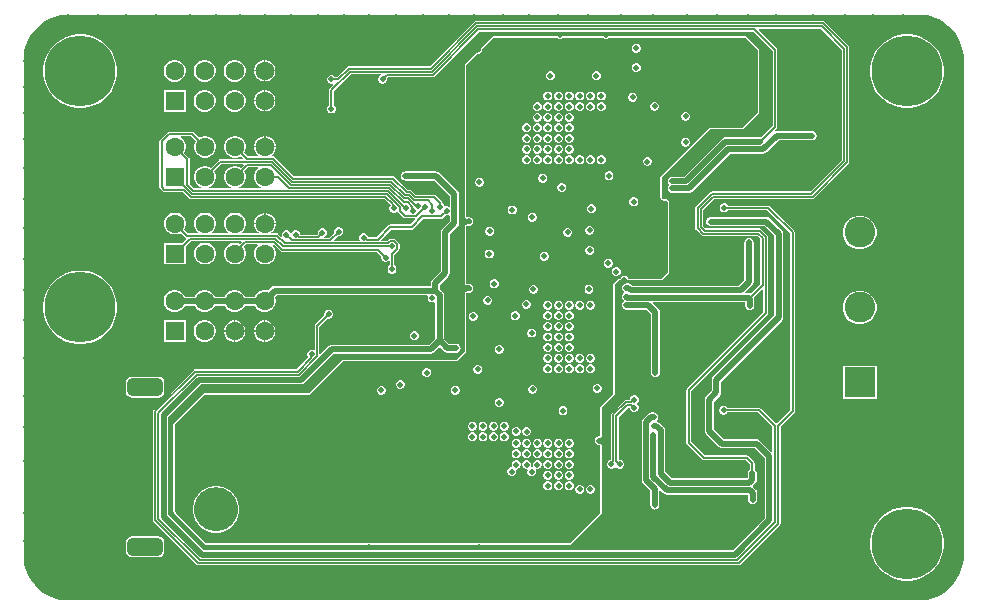
<source format=gbr>
G04*
G04 #@! TF.GenerationSoftware,Altium Limited,Altium Designer,24.10.1 (45)*
G04*
G04 Layer_Physical_Order=4*
G04 Layer_Color=11367680*
%FSLAX25Y25*%
%MOIN*%
G70*
G04*
G04 #@! TF.SameCoordinates,CBAACD6F-12D9-4D4A-9EA7-E70620961981*
G04*
G04*
G04 #@! TF.FilePolarity,Positive*
G04*
G01*
G75*
%ADD10C,0.00787*%
%ADD11C,0.00500*%
%ADD56C,0.01968*%
%ADD57C,0.23622*%
%ADD58C,0.06299*%
%ADD59R,0.06299X0.06299*%
%ADD60R,0.10236X0.10236*%
%ADD61C,0.10236*%
%ADD62C,0.14567*%
G04:AMPARAMS|DCode=63|XSize=59.06mil|YSize=118.11mil|CornerRadius=14.76mil|HoleSize=0mil|Usage=FLASHONLY|Rotation=90.000|XOffset=0mil|YOffset=0mil|HoleType=Round|Shape=RoundedRectangle|*
%AMROUNDEDRECTD63*
21,1,0.05906,0.08858,0,0,90.0*
21,1,0.02953,0.11811,0,0,90.0*
1,1,0.02953,0.04429,0.01476*
1,1,0.02953,0.04429,-0.01476*
1,1,0.02953,-0.04429,-0.01476*
1,1,0.02953,-0.04429,0.01476*
%
%ADD63ROUNDEDRECTD63*%
%ADD64C,0.01968*%
G36*
X299213Y196048D02*
X300192D01*
X302134Y195792D01*
X304027Y195285D01*
X305837Y194535D01*
X307534Y193555D01*
X309088Y192363D01*
X310473Y190978D01*
X311666Y189423D01*
X312645Y187727D01*
X313395Y185917D01*
X313902Y184024D01*
X314158Y182082D01*
X314158Y181102D01*
X314158Y15748D01*
Y14769D01*
X313902Y12826D01*
X313395Y10934D01*
X312645Y9124D01*
X311666Y7427D01*
X310473Y5873D01*
X309088Y4487D01*
X307534Y3295D01*
X305837Y2315D01*
X304027Y1566D01*
X302134Y1058D01*
X300192Y803D01*
X14769D01*
X12826Y1058D01*
X10934Y1566D01*
X9124Y2315D01*
X7427Y3295D01*
X5873Y4487D01*
X4487Y5873D01*
X3295Y7427D01*
X2315Y9124D01*
X1566Y10934D01*
X1058Y12826D01*
X803Y14769D01*
Y15748D01*
X803Y181102D01*
Y182082D01*
X1058Y184024D01*
X1566Y185917D01*
X2315Y187727D01*
X3295Y189423D01*
X4487Y190978D01*
X5873Y192363D01*
X7427Y193555D01*
X9124Y194535D01*
X10934Y195285D01*
X12826Y195792D01*
X14769Y196048D01*
X15748Y196048D01*
X299213Y196048D01*
D02*
G37*
%LPC*%
G36*
X241339Y188927D02*
X241339Y188927D01*
X195997D01*
X195614Y188768D01*
X195416Y188571D01*
X195070Y188427D01*
X194694D01*
X194348Y188571D01*
X194150Y188768D01*
X193767Y188927D01*
X193767Y188927D01*
X180642D01*
X180260Y188768D01*
X180062Y188571D01*
X179715Y188427D01*
X179340D01*
X178993Y188571D01*
X178796Y188768D01*
X178413Y188927D01*
X178413Y188927D01*
X157677D01*
X157677Y188927D01*
X157294Y188768D01*
X153365Y184839D01*
X153207Y184457D01*
X153207Y184457D01*
Y184261D01*
X153063Y183915D01*
X152798Y183649D01*
X152451Y183506D01*
X152256D01*
X151873Y183347D01*
X151873Y183347D01*
X148043Y179517D01*
X147884Y179134D01*
X147884Y179134D01*
Y128741D01*
X147905Y128690D01*
X147894Y128636D01*
X147982Y128505D01*
X148043Y128359D01*
X148094Y128338D01*
X148125Y128291D01*
X148457Y128069D01*
X148512Y128058D01*
X148551Y128019D01*
X148708D01*
X148863Y127988D01*
X148909Y128019D01*
X148965D01*
X149009Y128037D01*
X149384D01*
X149731Y127894D01*
X149996Y127629D01*
X150140Y127282D01*
Y126907D01*
X149996Y126560D01*
X149731Y126295D01*
X149384Y126151D01*
X149009D01*
X148965Y126170D01*
X148909D01*
X148863Y126200D01*
X148708Y126170D01*
X148551D01*
X148512Y126130D01*
X148457Y126120D01*
X148125Y125897D01*
X148094Y125851D01*
X148043Y125830D01*
X147982Y125684D01*
X147894Y125553D01*
X147905Y125499D01*
X147884Y125447D01*
Y106497D01*
X147905Y106446D01*
X147894Y106392D01*
X147982Y106261D01*
X148043Y106115D01*
X148094Y106093D01*
X148125Y106047D01*
X148457Y105825D01*
X148512Y105814D01*
X148551Y105775D01*
X148708D01*
X148863Y105744D01*
X148909Y105775D01*
X148965D01*
X149009Y105793D01*
X149384D01*
X149731Y105650D01*
X149996Y105385D01*
X150140Y105038D01*
Y104663D01*
X149996Y104316D01*
X149731Y104051D01*
X149384Y103907D01*
X149009D01*
X148965Y103926D01*
X148909D01*
X148863Y103956D01*
X148708Y103926D01*
X148551D01*
X148512Y103886D01*
X148457Y103876D01*
X148125Y103653D01*
X148094Y103607D01*
X148043Y103586D01*
X147982Y103440D01*
X147894Y103309D01*
X147905Y103254D01*
X147884Y103203D01*
Y83787D01*
X145150Y81053D01*
X107283D01*
X107283Y81053D01*
X106901Y80895D01*
X106901Y80895D01*
X95832Y69826D01*
X61017D01*
X60634Y69667D01*
X60634Y69667D01*
X50798Y59832D01*
X50640Y59449D01*
X50640Y59449D01*
Y30610D01*
X50798Y30227D01*
X50915Y30110D01*
X51100Y29664D01*
X51124Y29640D01*
X51217Y29415D01*
X51217Y29415D01*
X61133Y19499D01*
X61516Y19341D01*
X61516Y19341D01*
X115194Y19341D01*
X115293Y19382D01*
X115401D01*
X115676Y19496D01*
X116051D01*
X116326Y19382D01*
X116434D01*
X116533Y19341D01*
X117126D01*
X151808Y19341D01*
X151907Y19382D01*
X152015D01*
X152290Y19496D01*
X152665D01*
X152940Y19382D01*
X153048D01*
X153147Y19341D01*
X182874Y19341D01*
X182874Y19341D01*
X183257Y19499D01*
X193394Y29637D01*
X193553Y30020D01*
X193553Y30020D01*
Y52490D01*
X193532Y52541D01*
X193543Y52596D01*
X193455Y52727D01*
X193394Y52873D01*
X193359Y52887D01*
X193354Y52900D01*
X193334Y52908D01*
X193313Y52940D01*
X193272Y52967D01*
X193117Y52998D01*
X192972Y53058D01*
X192489D01*
X192142Y53202D01*
X191877Y53467D01*
X191733Y53814D01*
Y54189D01*
X191877Y54536D01*
X192142Y54801D01*
X192489Y54944D01*
X192972D01*
X193117Y55005D01*
X193272Y55036D01*
X193313Y55063D01*
X193334Y55094D01*
X193354Y55103D01*
X193359Y55115D01*
X193394Y55130D01*
X193455Y55276D01*
X193543Y55407D01*
X193532Y55461D01*
X193553Y55512D01*
Y65118D01*
X197612Y68888D01*
X197617Y68897D01*
X197627Y68902D01*
X197703Y69085D01*
X197785Y69264D01*
X197781Y69274D01*
X197785Y69284D01*
Y105878D01*
X199338Y107431D01*
X199680D01*
X199779Y107472D01*
X199887D01*
X199963Y107549D01*
X200063Y107590D01*
X200104Y107689D01*
X200180Y107765D01*
X200283Y108015D01*
X200549Y108280D01*
X200895Y108423D01*
X201270D01*
X201617Y108280D01*
X201882Y108015D01*
X201985Y107765D01*
X202062Y107689D01*
X202103Y107590D01*
X202202Y107549D01*
X202278Y107472D01*
X202386D01*
X202485Y107431D01*
X206791D01*
X213386Y107431D01*
X213769Y107590D01*
X213769Y107590D01*
X215934Y109755D01*
X216092Y110137D01*
X216092Y110138D01*
Y133465D01*
X215934Y133847D01*
X215934Y133847D01*
X215320Y134461D01*
X215221Y134502D01*
X215144Y134578D01*
X215037D01*
X214937Y134620D01*
X214862Y134588D01*
X214379D01*
X214033Y134732D01*
X213768Y134997D01*
X213624Y135344D01*
Y135827D01*
X213655Y135902D01*
X213614Y136001D01*
Y136109D01*
X213538Y136185D01*
X213533Y136196D01*
Y141705D01*
X229653Y157825D01*
X240453D01*
X240836Y157983D01*
X245953Y163101D01*
X245953Y163101D01*
X246112Y163484D01*
X246112Y163484D01*
X246112Y184153D01*
X246112Y184153D01*
X245954Y184536D01*
X245953Y184536D01*
X241721Y188768D01*
X241721Y188768D01*
X241530Y188848D01*
X241339Y188927D01*
D02*
G37*
G36*
X81648Y180872D02*
X81381D01*
Y177523D01*
X84731D01*
Y177790D01*
X84489Y178693D01*
X84022Y179502D01*
X83361Y180163D01*
X82551Y180631D01*
X81648Y180872D01*
D02*
G37*
G36*
X80981D02*
X80714D01*
X79811Y180631D01*
X79002Y180163D01*
X78341Y179502D01*
X77873Y178693D01*
X77631Y177790D01*
Y177523D01*
X80981D01*
Y180872D01*
D02*
G37*
G36*
X84731Y177123D02*
X81381D01*
Y173773D01*
X81648D01*
X82551Y174015D01*
X83361Y174482D01*
X84022Y175143D01*
X84489Y175953D01*
X84731Y176856D01*
Y177123D01*
D02*
G37*
G36*
X80981D02*
X77631D01*
Y176856D01*
X77873Y175953D01*
X78341Y175143D01*
X79002Y174482D01*
X79811Y174015D01*
X80714Y173773D01*
X80981D01*
Y177123D01*
D02*
G37*
G36*
X71662Y180972D02*
X70701D01*
X69772Y180724D01*
X68940Y180243D01*
X68261Y179564D01*
X67780Y178732D01*
X67532Y177803D01*
Y176842D01*
X67780Y175914D01*
X68261Y175082D01*
X68940Y174402D01*
X69772Y173922D01*
X70701Y173673D01*
X71662D01*
X72590Y173922D01*
X73422Y174402D01*
X74102Y175082D01*
X74582Y175914D01*
X74831Y176842D01*
Y177803D01*
X74582Y178732D01*
X74102Y179564D01*
X73422Y180243D01*
X72590Y180724D01*
X71662Y180972D01*
D02*
G37*
G36*
X61662D02*
X60701D01*
X59772Y180724D01*
X58940Y180243D01*
X58261Y179564D01*
X57780Y178732D01*
X57531Y177803D01*
Y176842D01*
X57780Y175914D01*
X58261Y175082D01*
X58940Y174402D01*
X59772Y173922D01*
X60701Y173673D01*
X61662D01*
X62590Y173922D01*
X63422Y174402D01*
X64101Y175082D01*
X64582Y175914D01*
X64831Y176842D01*
Y177803D01*
X64582Y178732D01*
X64101Y179564D01*
X63422Y180243D01*
X62590Y180724D01*
X61662Y180972D01*
D02*
G37*
G36*
X51662D02*
X50701D01*
X49772Y180724D01*
X48940Y180243D01*
X48261Y179564D01*
X47780Y178732D01*
X47532Y177803D01*
Y176842D01*
X47780Y175914D01*
X48261Y175082D01*
X48940Y174402D01*
X49772Y173922D01*
X50701Y173673D01*
X51662D01*
X52590Y173922D01*
X53422Y174402D01*
X54102Y175082D01*
X54582Y175914D01*
X54831Y176842D01*
Y177803D01*
X54582Y178732D01*
X54102Y179564D01*
X53422Y180243D01*
X52590Y180724D01*
X51662Y180972D01*
D02*
G37*
G36*
X81648Y170872D02*
X81381D01*
Y167523D01*
X84731D01*
Y167790D01*
X84489Y168693D01*
X84022Y169502D01*
X83361Y170163D01*
X82551Y170631D01*
X81648Y170872D01*
D02*
G37*
G36*
X80981D02*
X80714D01*
X79811Y170631D01*
X79002Y170163D01*
X78341Y169502D01*
X77873Y168693D01*
X77631Y167790D01*
Y167523D01*
X80981D01*
Y170872D01*
D02*
G37*
G36*
X296245Y189476D02*
X294307D01*
X292393Y189173D01*
X290550Y188574D01*
X288823Y187695D01*
X287256Y186556D01*
X285885Y185185D01*
X284746Y183618D01*
X283867Y181891D01*
X283268Y180048D01*
X282965Y178134D01*
Y176197D01*
X283268Y174283D01*
X283867Y172440D01*
X284746Y170713D01*
X285885Y169145D01*
X287256Y167775D01*
X288823Y166636D01*
X290550Y165756D01*
X292393Y165157D01*
X294307Y164854D01*
X296245D01*
X298158Y165157D01*
X300001Y165756D01*
X301728Y166636D01*
X303296Y167775D01*
X304666Y169145D01*
X305805Y170713D01*
X306685Y172440D01*
X307283Y174283D01*
X307587Y176197D01*
Y178134D01*
X307283Y180048D01*
X306685Y181891D01*
X305805Y183618D01*
X304666Y185185D01*
X303296Y186556D01*
X301728Y187695D01*
X300001Y188574D01*
X298158Y189173D01*
X296245Y189476D01*
D02*
G37*
G36*
X20654D02*
X18716D01*
X16802Y189173D01*
X14959Y188574D01*
X13233Y187695D01*
X11665Y186556D01*
X10295Y185185D01*
X9156Y183618D01*
X8276Y181891D01*
X7677Y180048D01*
X7374Y178134D01*
Y176197D01*
X7677Y174283D01*
X8276Y172440D01*
X9156Y170713D01*
X10295Y169145D01*
X11665Y167775D01*
X13233Y166636D01*
X14959Y165756D01*
X16802Y165157D01*
X18716Y164854D01*
X20654D01*
X22568Y165157D01*
X24411Y165756D01*
X26137Y166636D01*
X27705Y167775D01*
X29075Y169145D01*
X30214Y170713D01*
X31094Y172440D01*
X31693Y174283D01*
X31996Y176197D01*
Y178134D01*
X31693Y180048D01*
X31094Y181891D01*
X30214Y183618D01*
X29075Y185185D01*
X27705Y186556D01*
X26137Y187695D01*
X24411Y188574D01*
X22568Y189173D01*
X20654Y189476D01*
D02*
G37*
G36*
X84731Y167123D02*
X81381D01*
Y163773D01*
X81648D01*
X82551Y164015D01*
X83361Y164482D01*
X84022Y165143D01*
X84489Y165953D01*
X84731Y166856D01*
Y167123D01*
D02*
G37*
G36*
X80981D02*
X77631D01*
Y166856D01*
X77873Y165953D01*
X78341Y165143D01*
X79002Y164482D01*
X79811Y164015D01*
X80714Y163773D01*
X80981D01*
Y167123D01*
D02*
G37*
G36*
X71662Y170972D02*
X70701D01*
X69772Y170724D01*
X68940Y170243D01*
X68261Y169564D01*
X67780Y168731D01*
X67532Y167803D01*
Y166842D01*
X67780Y165914D01*
X68261Y165082D01*
X68940Y164402D01*
X69772Y163922D01*
X70701Y163673D01*
X71662D01*
X72590Y163922D01*
X73422Y164402D01*
X74102Y165082D01*
X74582Y165914D01*
X74831Y166842D01*
Y167803D01*
X74582Y168731D01*
X74102Y169564D01*
X73422Y170243D01*
X72590Y170724D01*
X71662Y170972D01*
D02*
G37*
G36*
X61662D02*
X60701D01*
X59772Y170724D01*
X58940Y170243D01*
X58261Y169564D01*
X57780Y168731D01*
X57531Y167803D01*
Y166842D01*
X57780Y165914D01*
X58261Y165082D01*
X58940Y164402D01*
X59772Y163922D01*
X60701Y163673D01*
X61662D01*
X62590Y163922D01*
X63422Y164402D01*
X64101Y165082D01*
X64582Y165914D01*
X64831Y166842D01*
Y167803D01*
X64582Y168731D01*
X64101Y169564D01*
X63422Y170243D01*
X62590Y170724D01*
X61662Y170972D01*
D02*
G37*
G36*
X54831D02*
X47532D01*
Y163673D01*
X54831D01*
Y170972D01*
D02*
G37*
G36*
X81749Y155541D02*
X81482D01*
Y152191D01*
X84832D01*
Y152458D01*
X84590Y153361D01*
X84123Y154170D01*
X83462Y154831D01*
X82652Y155299D01*
X81749Y155541D01*
D02*
G37*
G36*
X81082D02*
X80815D01*
X79912Y155299D01*
X79103Y154831D01*
X78442Y154170D01*
X77974Y153361D01*
X77733Y152458D01*
Y152191D01*
X81082D01*
Y155541D01*
D02*
G37*
G36*
X81749Y129950D02*
X81482D01*
Y126600D01*
X84832D01*
Y126868D01*
X84590Y127770D01*
X84123Y128580D01*
X83462Y129241D01*
X82652Y129708D01*
X81749Y129950D01*
D02*
G37*
G36*
X81082D02*
X80815D01*
X79912Y129708D01*
X79103Y129241D01*
X78442Y128580D01*
X77974Y127770D01*
X77733Y126868D01*
Y126600D01*
X81082D01*
Y129950D01*
D02*
G37*
G36*
X49409Y157064D02*
X49117Y157006D01*
X48869Y156840D01*
X46310Y154281D01*
X46144Y154033D01*
X46086Y153740D01*
Y138583D01*
X46144Y138290D01*
X46310Y138042D01*
X47196Y137156D01*
X47444Y136990D01*
X47736Y136932D01*
X53845D01*
X55942Y134836D01*
X56190Y134670D01*
X56483Y134612D01*
X56483Y134612D01*
X121054D01*
X123142Y132524D01*
X122954Y132337D01*
X122728Y131791D01*
Y131201D01*
X122954Y130655D01*
X123372Y130238D01*
X123917Y130012D01*
X124508D01*
X125053Y130238D01*
X125120Y130304D01*
X125604Y130223D01*
X125640Y130168D01*
X127499Y128309D01*
X127747Y128143D01*
X128040Y128085D01*
X130625D01*
X130626Y128085D01*
X130626Y128085D01*
X131195D01*
X131348Y127716D01*
X129749Y126116D01*
X123041D01*
X122692Y126047D01*
X122397Y125849D01*
X118423Y121876D01*
X115657D01*
Y121949D01*
X115431Y122494D01*
X115014Y122912D01*
X114469Y123138D01*
X113878D01*
X113332Y122912D01*
X112915Y122494D01*
X112689Y121949D01*
Y121358D01*
X112869Y120924D01*
X112681Y120524D01*
X104362D01*
X104209Y120894D01*
X105534Y122220D01*
X105610Y122188D01*
X106201D01*
X106746Y122414D01*
X107164Y122832D01*
X107390Y123377D01*
Y123968D01*
X107164Y124513D01*
X106746Y124931D01*
X106201Y125157D01*
X105610D01*
X105065Y124931D01*
X104647Y124513D01*
X104421Y123968D01*
Y123377D01*
X104453Y123301D01*
X102683Y121531D01*
X100983D01*
X100904Y121932D01*
X101234Y122069D01*
X101652Y122486D01*
X101878Y123031D01*
Y123622D01*
X101652Y124168D01*
X101234Y124585D01*
X100689Y124811D01*
X100099D01*
X99553Y124585D01*
X99135Y124168D01*
X98909Y123622D01*
Y123031D01*
X98941Y122956D01*
X98517Y122531D01*
X93020D01*
Y122933D01*
X92794Y123479D01*
X92376Y123896D01*
X91831Y124122D01*
X91240D01*
X90695Y123896D01*
X90277Y123479D01*
X90189Y123267D01*
X89757D01*
X89644Y123538D01*
X89227Y123956D01*
X88681Y124182D01*
X88091D01*
X87545Y123956D01*
X87128Y123538D01*
X86902Y122993D01*
Y122403D01*
X86975Y122225D01*
X86636Y121998D01*
X85720Y122915D01*
X85471Y123081D01*
X85179Y123139D01*
X83505D01*
X83401Y123525D01*
X83462Y123560D01*
X84123Y124221D01*
X84590Y125030D01*
X84832Y125933D01*
Y126200D01*
X77733D01*
Y125933D01*
X77974Y125030D01*
X78442Y124221D01*
X79103Y123560D01*
X79163Y123525D01*
X79060Y123139D01*
X73665D01*
X73582Y123539D01*
X74203Y124159D01*
X74683Y124992D01*
X74932Y125920D01*
Y126881D01*
X74683Y127809D01*
X74203Y128641D01*
X73523Y129321D01*
X72691Y129801D01*
X71763Y130050D01*
X70802D01*
X69873Y129801D01*
X69041Y129321D01*
X68362Y128641D01*
X67881Y127809D01*
X67633Y126881D01*
Y125920D01*
X67881Y124992D01*
X68362Y124159D01*
X68982Y123539D01*
X68899Y123139D01*
X63665D01*
X63582Y123539D01*
X64203Y124159D01*
X64683Y124992D01*
X64932Y125920D01*
Y126881D01*
X64683Y127809D01*
X64203Y128641D01*
X63523Y129321D01*
X62691Y129801D01*
X61763Y130050D01*
X60802D01*
X59873Y129801D01*
X59041Y129321D01*
X58362Y128641D01*
X57881Y127809D01*
X57633Y126881D01*
Y125920D01*
X57881Y124992D01*
X58362Y124159D01*
X58982Y123539D01*
X58899Y123139D01*
X55625D01*
X54350Y124414D01*
X54683Y124992D01*
X54932Y125920D01*
Y126881D01*
X54683Y127809D01*
X54203Y128641D01*
X53523Y129321D01*
X52691Y129801D01*
X51763Y130050D01*
X50802D01*
X49874Y129801D01*
X49041Y129321D01*
X48362Y128641D01*
X47881Y127809D01*
X47633Y126881D01*
Y125920D01*
X47881Y124992D01*
X48362Y124159D01*
X49041Y123480D01*
X49874Y123000D01*
X50802Y122751D01*
X51763D01*
X52691Y123000D01*
X53268Y123333D01*
X54768Y121833D01*
X54768Y121833D01*
X54948Y121713D01*
X55039Y121411D01*
X55053Y121252D01*
X53850Y120050D01*
X47633D01*
Y112751D01*
X54932D01*
Y118968D01*
X56573Y120609D01*
X73336D01*
X73489Y120240D01*
X72919Y119670D01*
X72691Y119801D01*
X71763Y120050D01*
X70802D01*
X69873Y119801D01*
X69041Y119321D01*
X68362Y118641D01*
X67881Y117809D01*
X67633Y116881D01*
Y115920D01*
X67881Y114992D01*
X68362Y114159D01*
X69041Y113480D01*
X69873Y112999D01*
X70802Y112751D01*
X71763D01*
X72691Y112999D01*
X73523Y113480D01*
X74203Y114159D01*
X74683Y114992D01*
X74932Y115920D01*
Y116881D01*
X74683Y117809D01*
X74203Y118641D01*
X74128Y118716D01*
X75021Y119609D01*
X78772D01*
X78930Y119209D01*
X78362Y118641D01*
X77881Y117809D01*
X77633Y116881D01*
Y115920D01*
X77881Y114992D01*
X78362Y114159D01*
X79041Y113480D01*
X79874Y112999D01*
X80802Y112751D01*
X81763D01*
X82691Y112999D01*
X83523Y113480D01*
X84203Y114159D01*
X84683Y114992D01*
X84932Y115920D01*
Y116881D01*
X84683Y117809D01*
X84203Y118641D01*
X83820Y119024D01*
X83960Y119449D01*
X84164Y119479D01*
X86467Y117176D01*
X86467Y117176D01*
X86715Y117010D01*
X87008Y116952D01*
X118491D01*
X120008Y115434D01*
X119976Y115358D01*
Y114768D01*
X120202Y114222D01*
X120620Y113805D01*
X121166Y113579D01*
X121756D01*
X122301Y113805D01*
X122457Y113961D01*
X122857Y113795D01*
Y112510D01*
X122781Y112479D01*
X122364Y112061D01*
X122138Y111516D01*
Y110925D01*
X122364Y110380D01*
X122781Y109962D01*
X123327Y109736D01*
X123917D01*
X124463Y109962D01*
X124880Y110380D01*
X125106Y110925D01*
Y111516D01*
X124880Y112061D01*
X124463Y112479D01*
X124387Y112510D01*
Y116061D01*
X124668Y116342D01*
X124881Y116485D01*
X125897Y117501D01*
X125897Y117501D01*
X126063Y117749D01*
X126121Y118041D01*
Y119478D01*
X126121Y119478D01*
X126063Y119771D01*
X125897Y120019D01*
X124881Y121035D01*
X124633Y121200D01*
X124340Y121259D01*
X122904D01*
X122611Y121200D01*
X122363Y121035D01*
X121853Y120524D01*
X120172D01*
X120019Y120894D01*
X123418Y124293D01*
X130126D01*
X130475Y124363D01*
X130770Y124560D01*
X134039Y127829D01*
X140059D01*
X140408Y127898D01*
X140703Y128096D01*
X141722Y129114D01*
X142236D01*
X142496Y129222D01*
X142896Y128955D01*
Y127123D01*
X140269Y124495D01*
X139941Y124004D01*
X139825Y123425D01*
X139825Y123425D01*
Y110371D01*
X137021Y107566D01*
X136692Y107075D01*
X136577Y106496D01*
X136577Y106496D01*
Y105557D01*
X84500D01*
X83921Y105441D01*
X83429Y105113D01*
X83429Y105113D01*
X82336Y104020D01*
X81662Y104201D01*
X80701D01*
X79772Y103952D01*
X78940Y103472D01*
X78261Y102792D01*
X77841Y102065D01*
X74522D01*
X74102Y102792D01*
X73422Y103472D01*
X72590Y103952D01*
X71662Y104201D01*
X70701D01*
X69772Y103952D01*
X68940Y103472D01*
X68261Y102792D01*
X67841Y102065D01*
X64522D01*
X64101Y102792D01*
X63422Y103472D01*
X62590Y103952D01*
X61662Y104201D01*
X60701D01*
X59772Y103952D01*
X58940Y103472D01*
X58261Y102792D01*
X57841Y102065D01*
X54522D01*
X54102Y102792D01*
X53422Y103472D01*
X52590Y103952D01*
X51662Y104201D01*
X50701D01*
X49772Y103952D01*
X48940Y103472D01*
X48261Y102792D01*
X47780Y101960D01*
X47532Y101032D01*
Y100071D01*
X47780Y99142D01*
X48261Y98310D01*
X48940Y97631D01*
X49772Y97150D01*
X50701Y96902D01*
X51662D01*
X52590Y97150D01*
X53422Y97631D01*
X54102Y98310D01*
X54522Y99038D01*
X57841D01*
X58261Y98310D01*
X58940Y97631D01*
X59772Y97150D01*
X60701Y96902D01*
X61662D01*
X62590Y97150D01*
X63422Y97631D01*
X64101Y98310D01*
X64522Y99038D01*
X67841D01*
X68261Y98310D01*
X68940Y97631D01*
X69772Y97150D01*
X70701Y96902D01*
X71662D01*
X72590Y97150D01*
X73422Y97631D01*
X74102Y98310D01*
X74522Y99038D01*
X77841D01*
X78261Y98310D01*
X78940Y97631D01*
X79772Y97150D01*
X80701Y96902D01*
X81662D01*
X82590Y97150D01*
X83422Y97631D01*
X84101Y98310D01*
X84582Y99142D01*
X84831Y100071D01*
Y101032D01*
X84582Y101960D01*
X84573Y101976D01*
X85126Y102530D01*
X135364D01*
X135631Y102130D01*
X135524Y101870D01*
Y101280D01*
X135750Y100734D01*
X136167Y100317D01*
X136713Y100091D01*
X137303D01*
X137563Y100198D01*
X137963Y99931D01*
Y88070D01*
X135954Y86061D01*
X103527D01*
X103527Y86061D01*
X102948Y85945D01*
X102457Y85617D01*
X99756Y82916D01*
X99387Y83070D01*
Y92006D01*
X102089Y94709D01*
X102165Y94677D01*
X102756D01*
X103301Y94903D01*
X103719Y95321D01*
X103945Y95866D01*
Y96457D01*
X103719Y97002D01*
X103301Y97420D01*
X102756Y97646D01*
X102165D01*
X101620Y97420D01*
X101202Y97002D01*
X100976Y96457D01*
Y95866D01*
X101008Y95790D01*
X98081Y92864D01*
X97916Y92615D01*
X97857Y92323D01*
Y84390D01*
X97457Y84131D01*
X97146Y84260D01*
X96555D01*
X96010Y84034D01*
X95592Y83616D01*
X95366Y83071D01*
Y82480D01*
X95592Y81935D01*
X95779Y81748D01*
X91863Y77832D01*
X58071D01*
X57778Y77773D01*
X57530Y77608D01*
X44243Y64320D01*
X44077Y64072D01*
X44019Y63779D01*
Y27461D01*
X44077Y27168D01*
X44243Y26920D01*
X58530Y12632D01*
X58530Y12632D01*
X58778Y12467D01*
X59071Y12409D01*
X238997D01*
X239289Y12467D01*
X239538Y12632D01*
X239565Y12660D01*
X239663Y12679D01*
X239911Y12845D01*
X252903Y25837D01*
X252903Y25837D01*
X253069Y26085D01*
X253127Y26378D01*
X253127Y26378D01*
Y58738D01*
X257726Y63337D01*
X257892Y63585D01*
X257950Y63878D01*
Y123425D01*
X257950Y123425D01*
X257892Y123718D01*
X257726Y123966D01*
X249556Y132135D01*
X249308Y132301D01*
X249016Y132359D01*
X235640D01*
X235609Y132435D01*
X235191Y132853D01*
X234646Y133079D01*
X234055D01*
X233510Y132853D01*
X233092Y132435D01*
X232866Y131890D01*
Y131299D01*
X233092Y130754D01*
X233510Y130336D01*
X234055Y130110D01*
X234646D01*
X235191Y130336D01*
X235609Y130754D01*
X235640Y130830D01*
X248699D01*
X256420Y123108D01*
Y64195D01*
X251989Y59763D01*
X251821Y59596D01*
X251454Y59765D01*
X246505Y64714D01*
X246257Y64880D01*
X245965Y64938D01*
X235443D01*
X235412Y65014D01*
X234994Y65431D01*
X234449Y65658D01*
X233858D01*
X233313Y65431D01*
X232895Y65014D01*
X232669Y64468D01*
Y63878D01*
X232895Y63332D01*
X233313Y62915D01*
X233858Y62689D01*
X234449D01*
X234994Y62915D01*
X235412Y63332D01*
X235443Y63408D01*
X245648D01*
X250416Y58640D01*
Y50475D01*
X250047Y50322D01*
X246346Y54023D01*
X245855Y54351D01*
X245276Y54466D01*
X245276Y54466D01*
X234387D01*
X230844Y58009D01*
Y59646D01*
Y67044D01*
X232806Y69006D01*
X232806Y69006D01*
X233134Y69497D01*
X233249Y70076D01*
Y73727D01*
X253531Y94009D01*
X253531Y94009D01*
X253859Y94500D01*
X253974Y95079D01*
Y123031D01*
X253974Y123031D01*
X253859Y123611D01*
X253531Y124102D01*
X249495Y128137D01*
X249004Y128465D01*
X248425Y128580D01*
X248425Y128580D01*
X229823D01*
X229677Y128551D01*
X229528D01*
X229390Y128494D01*
X229244Y128465D01*
X229120Y128382D01*
X228982Y128325D01*
X228877Y128220D01*
X228753Y128137D01*
X228670Y128013D01*
X228565Y127908D01*
X228507Y127770D01*
X228425Y127646D01*
X228396Y127500D01*
X228339Y127362D01*
Y127213D01*
X228309Y127067D01*
X228339Y126921D01*
Y126772D01*
X228396Y126634D01*
X228425Y126488D01*
X228507Y126364D01*
X228565Y126226D01*
X228670Y126121D01*
X228753Y125997D01*
X228877Y125914D01*
X228982Y125809D01*
X229120Y125752D01*
X229244Y125669D01*
X229390Y125640D01*
X229528Y125583D01*
X229677D01*
X229823Y125554D01*
X247798D01*
X250947Y122405D01*
Y95706D01*
X230666Y75424D01*
X230338Y74933D01*
X230223Y74354D01*
X230223Y74354D01*
Y70702D01*
X228261Y68740D01*
X227933Y68250D01*
X227817Y67670D01*
X227817Y67670D01*
Y59646D01*
Y57382D01*
X227817Y57382D01*
X227933Y56803D01*
X228261Y56312D01*
X232690Y51883D01*
X233181Y51555D01*
X233760Y51439D01*
X233760Y51439D01*
X244649D01*
X247896Y48192D01*
Y28087D01*
X237267Y17458D01*
X100197D01*
X100009Y17421D01*
X60830D01*
X49031Y29220D01*
Y62020D01*
X59830Y72819D01*
X93313D01*
X93313Y72819D01*
X93892Y72935D01*
X94383Y73263D01*
X104154Y83034D01*
X136580D01*
X136580Y83034D01*
X137160Y83149D01*
X137651Y83477D01*
X139476Y85303D01*
X141023Y83756D01*
X141147Y83673D01*
X141253Y83568D01*
X141391Y83511D01*
X141514Y83428D01*
X141660Y83399D01*
X141798Y83342D01*
X141947D01*
X142094Y83313D01*
X142094Y83313D01*
X144948D01*
X145094Y83342D01*
X145243D01*
X145381Y83399D01*
X145527Y83428D01*
X145651Y83511D01*
X145789Y83568D01*
X145894Y83673D01*
X146018Y83756D01*
X146101Y83880D01*
X146206Y83985D01*
X146263Y84123D01*
X146346Y84247D01*
X146375Y84393D01*
X146432Y84531D01*
Y84680D01*
X146461Y84826D01*
X146432Y84972D01*
Y85121D01*
X146375Y85259D01*
X146346Y85405D01*
X146263Y85529D01*
X146206Y85667D01*
X146101Y85772D01*
X146018Y85896D01*
X145894Y85979D01*
X145789Y86084D01*
X145651Y86141D01*
X145527Y86224D01*
X145381Y86253D01*
X145243Y86310D01*
X145094D01*
X144948Y86339D01*
X142720D01*
X140990Y88070D01*
Y102597D01*
X140990Y102597D01*
X140875Y103176D01*
X140547Y103667D01*
X139604Y104610D01*
Y105869D01*
X142409Y108674D01*
X142409Y108674D01*
X142737Y109165D01*
X142852Y109744D01*
X142852Y109744D01*
Y122798D01*
X145480Y125426D01*
X145480Y125426D01*
X145808Y125917D01*
X145923Y126496D01*
Y136201D01*
X145808Y136780D01*
X145480Y137271D01*
X145480Y137271D01*
X139456Y143295D01*
X139332Y143377D01*
X139227Y143483D01*
X139089Y143540D01*
X138965Y143623D01*
X138819Y143652D01*
X138681Y143709D01*
X138532D01*
X138386Y143738D01*
X138386Y143738D01*
X127953D01*
X127807Y143709D01*
X127657D01*
X127520Y143652D01*
X127374Y143623D01*
X127250Y143540D01*
X127112Y143483D01*
X127007Y143377D01*
X126883Y143295D01*
X126800Y143171D01*
X126695Y143065D01*
X126637Y142928D01*
X126555Y142804D01*
X126525Y142657D01*
X126469Y142520D01*
Y142371D01*
X126439Y142224D01*
X126469Y142078D01*
Y141929D01*
X126525Y141791D01*
X126555Y141645D01*
X126637Y141521D01*
X126695Y141384D01*
X126800Y141278D01*
X126883Y141154D01*
X127007Y141071D01*
X127112Y140966D01*
X127250Y140909D01*
X127374Y140826D01*
X127520Y140797D01*
X127657Y140740D01*
X127807D01*
X127953Y140711D01*
X137759D01*
X142896Y135574D01*
Y132242D01*
X142496Y131975D01*
X142236Y132083D01*
X141646D01*
X141434Y131995D01*
X141150Y132185D01*
X140924Y132730D01*
X140506Y133148D01*
X140393Y133195D01*
Y133305D01*
X140334Y133598D01*
X140169Y133846D01*
X138252Y135763D01*
X138004Y135929D01*
X137711Y135987D01*
X131632D01*
X130315Y137304D01*
X130067Y137469D01*
X129775Y137528D01*
X129771Y137527D01*
X128787D01*
X124397Y141917D01*
X124149Y142083D01*
X123856Y142141D01*
X91001D01*
X84538Y148604D01*
X84290Y148769D01*
X83998Y148828D01*
X83648D01*
X83539Y149228D01*
X84123Y149811D01*
X84590Y150621D01*
X84832Y151524D01*
Y151791D01*
X77733D01*
Y151524D01*
X77974Y150621D01*
X78442Y149811D01*
X79026Y149228D01*
X78916Y148828D01*
X75527D01*
X74350Y150005D01*
X74683Y150582D01*
X74932Y151510D01*
Y152471D01*
X74683Y153400D01*
X74203Y154232D01*
X73523Y154911D01*
X72691Y155392D01*
X71763Y155640D01*
X70802D01*
X69873Y155392D01*
X69041Y154911D01*
X68362Y154232D01*
X67881Y153400D01*
X67633Y152471D01*
Y151510D01*
X67881Y150582D01*
X68362Y149750D01*
X69041Y149071D01*
X69873Y148590D01*
X70802Y148341D01*
X71763D01*
X72691Y148590D01*
X73268Y148923D01*
X73994Y148197D01*
X73841Y147828D01*
X66354D01*
X66062Y147769D01*
X65814Y147604D01*
X63268Y145058D01*
X62691Y145392D01*
X61763Y145641D01*
X60802D01*
X59873Y145392D01*
X59041Y144911D01*
X58362Y144232D01*
X57881Y143400D01*
X57633Y142471D01*
Y141510D01*
X57881Y140582D01*
X58362Y139750D01*
X59041Y139070D01*
X59873Y138590D01*
X60056Y138541D01*
X60004Y138141D01*
X57628D01*
X56178Y139591D01*
Y147860D01*
X56120Y148152D01*
X55954Y148400D01*
X54350Y150005D01*
X54683Y150582D01*
X54932Y151510D01*
Y152471D01*
X54683Y153400D01*
X54203Y154232D01*
X53523Y154911D01*
X53136Y155134D01*
X53244Y155535D01*
X56657D01*
X58215Y153977D01*
X57881Y153400D01*
X57633Y152471D01*
Y151510D01*
X57881Y150582D01*
X58362Y149750D01*
X59041Y149071D01*
X59873Y148590D01*
X60802Y148341D01*
X61763D01*
X62691Y148590D01*
X63523Y149071D01*
X64203Y149750D01*
X64683Y150582D01*
X64932Y151510D01*
Y152471D01*
X64683Y153400D01*
X64203Y154232D01*
X63523Y154911D01*
X62691Y155392D01*
X61763Y155640D01*
X60802D01*
X59873Y155392D01*
X59296Y155058D01*
X57515Y156840D01*
X57266Y157006D01*
X56974Y157064D01*
X49409D01*
X49409Y157064D01*
D02*
G37*
G36*
X280267Y129043D02*
X278788D01*
X277359Y128660D01*
X276078Y127921D01*
X275032Y126875D01*
X274292Y125594D01*
X273909Y124165D01*
Y122686D01*
X274292Y121257D01*
X275032Y119976D01*
X276078Y118930D01*
X277359Y118190D01*
X278788Y117807D01*
X280267D01*
X281696Y118190D01*
X282977Y118930D01*
X284023Y119976D01*
X284763Y121257D01*
X285146Y122686D01*
Y124165D01*
X284763Y125594D01*
X284023Y126875D01*
X282977Y127921D01*
X281696Y128660D01*
X280267Y129043D01*
D02*
G37*
G36*
X61763Y120050D02*
X60802D01*
X59873Y119801D01*
X59041Y119321D01*
X58362Y118641D01*
X57881Y117809D01*
X57633Y116881D01*
Y115920D01*
X57881Y114992D01*
X58362Y114159D01*
X59041Y113480D01*
X59873Y112999D01*
X60802Y112751D01*
X61763D01*
X62691Y112999D01*
X63523Y113480D01*
X64203Y114159D01*
X64683Y114992D01*
X64932Y115920D01*
Y116881D01*
X64683Y117809D01*
X64203Y118641D01*
X63523Y119321D01*
X62691Y119801D01*
X61763Y120050D01*
D02*
G37*
G36*
X267297Y193875D02*
X151502D01*
X151210Y193817D01*
X150962Y193651D01*
X136142Y178832D01*
X109216D01*
X109216Y178832D01*
X108923Y178773D01*
X108675Y178608D01*
X105242Y175174D01*
X104735D01*
X104703Y175250D01*
X104286Y175668D01*
X103740Y175894D01*
X103150D01*
X102604Y175668D01*
X102187Y175250D01*
X101961Y174705D01*
Y174114D01*
X102187Y173569D01*
X102604Y173151D01*
X103150Y172925D01*
X103740D01*
X103912Y172997D01*
X104139Y172658D01*
X102904Y171423D01*
X102738Y171175D01*
X102680Y170882D01*
Y165857D01*
X102604Y165825D01*
X102187Y165408D01*
X101961Y164862D01*
Y164272D01*
X102187Y163726D01*
X102604Y163309D01*
X103150Y163083D01*
X103740D01*
X104286Y163309D01*
X104703Y163726D01*
X104929Y164272D01*
Y164862D01*
X104703Y165408D01*
X104286Y165825D01*
X104210Y165857D01*
Y170565D01*
X109947Y176302D01*
X119881D01*
X119960Y175902D01*
X119632Y175766D01*
X119214Y175349D01*
X118988Y174803D01*
Y174213D01*
X119214Y173667D01*
X119632Y173250D01*
X120177Y173024D01*
X120768D01*
X121313Y173250D01*
X121731Y173667D01*
X121957Y174213D01*
Y174803D01*
X121925Y174879D01*
X122348Y175302D01*
X137287D01*
X137580Y175360D01*
X137828Y175526D01*
X152647Y190346D01*
X244105D01*
X250515Y183935D01*
Y158880D01*
X246730Y155095D01*
X246654Y155126D01*
X246504D01*
X246358Y155155D01*
X234600D01*
X234020Y155040D01*
X233529Y154712D01*
X233529Y154712D01*
X220882Y142064D01*
X217028D01*
X216881Y142035D01*
X216732D01*
X216595Y141978D01*
X216448Y141949D01*
X216324Y141867D01*
X216187Y141809D01*
X216081Y141704D01*
X215957Y141621D01*
X215875Y141497D01*
X215769Y141392D01*
X215712Y141254D01*
X215629Y141130D01*
X215600Y140984D01*
X215543Y140846D01*
Y140697D01*
X215514Y140551D01*
X215543Y140405D01*
Y140256D01*
X215600Y140118D01*
X215629Y139972D01*
X215712Y139848D01*
X215769Y139710D01*
X215875Y139605D01*
X215899Y139569D01*
X215948Y139351D01*
X215926Y139052D01*
X215910Y139029D01*
X215804Y138923D01*
X215747Y138786D01*
X215665Y138662D01*
X215635Y138516D01*
X215579Y138378D01*
Y138229D01*
X215549Y138083D01*
X215579Y137936D01*
Y137787D01*
X215635Y137650D01*
X215665Y137504D01*
X215747Y137380D01*
X215804Y137242D01*
X215910Y137136D01*
X215993Y137013D01*
X216117Y136930D01*
X216222Y136824D01*
X216360Y136767D01*
X216484Y136685D01*
X216630Y136655D01*
X216768Y136598D01*
X216917D01*
X217063Y136569D01*
X222531D01*
X222532Y136569D01*
X223111Y136685D01*
X223602Y137013D01*
X236249Y149660D01*
X247381D01*
X247381Y149660D01*
X247960Y149775D01*
X248451Y150103D01*
X252543Y154195D01*
X263681D01*
X263827Y154224D01*
X263976D01*
X264114Y154281D01*
X264260Y154311D01*
X264384Y154393D01*
X264522Y154450D01*
X264627Y154556D01*
X264751Y154639D01*
X264834Y154762D01*
X264939Y154868D01*
X264996Y155006D01*
X265079Y155130D01*
X265108Y155276D01*
X265165Y155413D01*
Y155562D01*
X265194Y155709D01*
X265165Y155855D01*
Y156004D01*
X265108Y156142D01*
X265079Y156288D01*
X264996Y156412D01*
X264939Y156549D01*
X264834Y156655D01*
X264751Y156779D01*
X264627Y156862D01*
X264522Y156967D01*
X264384Y157024D01*
X264260Y157107D01*
X264114Y157136D01*
X263976Y157193D01*
X263827D01*
X263681Y157222D01*
X251916D01*
X251916Y157222D01*
X251504Y157140D01*
X251307Y157509D01*
X251820Y158022D01*
X251986Y158270D01*
X252044Y158563D01*
Y184252D01*
X251986Y184545D01*
X251820Y184793D01*
X251820Y184793D01*
X245637Y190976D01*
X245790Y191346D01*
X266566D01*
X273562Y184349D01*
Y147514D01*
X263131Y137084D01*
X230307D01*
X230014Y137025D01*
X229766Y136860D01*
X224936Y132029D01*
X224770Y131781D01*
X224712Y131488D01*
Y124917D01*
X224770Y124625D01*
X224936Y124377D01*
X226837Y122475D01*
X227085Y122309D01*
X227378Y122251D01*
X245467D01*
X246381Y121337D01*
Y106124D01*
X243199Y102942D01*
X242992Y103079D01*
X242413Y103194D01*
X242413Y103194D01*
X241586D01*
X241432Y103564D01*
X243688Y105820D01*
X243688Y105820D01*
X244016Y106311D01*
X244131Y106890D01*
Y120079D01*
X244102Y120225D01*
Y120374D01*
X244045Y120512D01*
X244016Y120658D01*
X243933Y120782D01*
X243876Y120920D01*
X243771Y121025D01*
X243688Y121149D01*
X243564Y121232D01*
X243459Y121337D01*
X243321Y121394D01*
X243197Y121477D01*
X243051Y121506D01*
X242913Y121563D01*
X242764D01*
X242618Y121592D01*
X242472Y121563D01*
X242323D01*
X242185Y121506D01*
X242039Y121477D01*
X241915Y121394D01*
X241777Y121337D01*
X241672Y121232D01*
X241548Y121149D01*
X241465Y121025D01*
X241360Y120920D01*
X241303Y120782D01*
X241220Y120658D01*
X241191Y120512D01*
X241134Y120374D01*
Y120225D01*
X241105Y120079D01*
Y107517D01*
X239251Y105663D01*
X203807D01*
X203478Y105991D01*
X202987Y106319D01*
X202408Y106435D01*
X202408Y106435D01*
X201772D01*
X201625Y106405D01*
X201476D01*
X201339Y106349D01*
X201192Y106319D01*
X201069Y106237D01*
X200931Y106179D01*
X200826Y106074D01*
X200702Y105991D01*
X200619Y105867D01*
X200513Y105762D01*
X200456Y105624D01*
X200374Y105500D01*
X200344Y105354D01*
X200287Y105217D01*
Y105068D01*
X200258Y104921D01*
X200287Y104775D01*
Y104626D01*
X200344Y104488D01*
X200374Y104342D01*
X200456Y104218D01*
X200513Y104080D01*
X200619Y103975D01*
X200702Y103851D01*
X200826Y103768D01*
X200864Y103730D01*
X200903Y103494D01*
X200864Y103258D01*
X200826Y103220D01*
X200702Y103137D01*
X200619Y103013D01*
X200513Y102908D01*
X200456Y102770D01*
X200374Y102646D01*
X200344Y102500D01*
X200287Y102362D01*
Y102213D01*
X200258Y102067D01*
X200287Y101921D01*
Y101772D01*
X200344Y101634D01*
X200374Y101488D01*
X200456Y101364D01*
X200513Y101226D01*
X200619Y101121D01*
X200702Y100997D01*
X200834Y100864D01*
X200854Y100785D01*
X200828Y100399D01*
X200791Y100342D01*
X200702Y100283D01*
X200619Y100159D01*
X200513Y100053D01*
X200456Y99916D01*
X200374Y99792D01*
X200344Y99646D01*
X200287Y99508D01*
Y99359D01*
X200258Y99213D01*
X200287Y99066D01*
Y98917D01*
X200344Y98780D01*
X200374Y98633D01*
X200456Y98510D01*
X200513Y98372D01*
X200619Y98267D01*
X200702Y98142D01*
X200826Y98060D01*
X200931Y97954D01*
X201069Y97897D01*
X201192Y97815D01*
X201339Y97785D01*
X201476Y97728D01*
X201625D01*
X201772Y97699D01*
X208330D01*
X209904Y96125D01*
Y76673D01*
X209933Y76527D01*
Y76378D01*
X209990Y76240D01*
X210019Y76094D01*
X210102Y75970D01*
X210159Y75832D01*
X210264Y75727D01*
X210347Y75603D01*
X210471Y75520D01*
X210577Y75415D01*
X210714Y75358D01*
X210838Y75275D01*
X210984Y75246D01*
X211122Y75189D01*
X211271D01*
X211417Y75160D01*
X211563Y75189D01*
X211713D01*
X211850Y75246D01*
X211997Y75275D01*
X212120Y75358D01*
X212258Y75415D01*
X212364Y75520D01*
X212487Y75603D01*
X212570Y75727D01*
X212676Y75832D01*
X212733Y75970D01*
X212815Y76094D01*
X212844Y76240D01*
X212902Y76378D01*
Y76527D01*
X212931Y76673D01*
Y96752D01*
X212815Y97331D01*
X212487Y97822D01*
X212487Y97822D01*
X210511Y99798D01*
X210664Y100168D01*
X241400D01*
Y99016D01*
X241429Y98870D01*
Y98721D01*
X241486Y98583D01*
X241515Y98437D01*
X241598Y98313D01*
X241655Y98175D01*
X241760Y98070D01*
X241843Y97946D01*
X241967Y97863D01*
X242073Y97758D01*
X242210Y97700D01*
X242334Y97618D01*
X242480Y97588D01*
X242618Y97531D01*
X242767D01*
X242913Y97502D01*
X243060Y97531D01*
X243209D01*
X243346Y97588D01*
X243493Y97618D01*
X243616Y97700D01*
X243754Y97758D01*
X243860Y97863D01*
X243984Y97946D01*
X244066Y98070D01*
X244172Y98175D01*
X244229Y98313D01*
X244311Y98437D01*
X244341Y98583D01*
X244398Y98721D01*
Y98870D01*
X244427Y99016D01*
Y101181D01*
X244427Y101181D01*
X244398Y101327D01*
Y101476D01*
X244341Y101614D01*
X244311Y101760D01*
X244259Y101839D01*
X247011Y104591D01*
X247381Y104438D01*
Y96781D01*
X221999Y71399D01*
X221833Y71151D01*
X221775Y70858D01*
Y53347D01*
X221833Y53054D01*
X221999Y52806D01*
X227018Y47786D01*
X227266Y47620D01*
X227559Y47562D01*
X241612D01*
X242936Y46238D01*
Y44400D01*
X242860Y44368D01*
X242755Y44263D01*
X242631Y44180D01*
X242548Y44056D01*
X242442Y43951D01*
X242386Y43813D01*
X242303Y43689D01*
X242274Y43543D01*
X242216Y43406D01*
Y43256D01*
X242188Y43110D01*
Y41572D01*
X242090Y41474D01*
X216815D01*
X214759Y43530D01*
Y57424D01*
X214644Y58003D01*
X214316Y58494D01*
X214316Y58494D01*
X212783Y60027D01*
X212292Y60355D01*
X211996Y60414D01*
X211961Y60466D01*
X211897Y60839D01*
X211980Y60963D01*
X212085Y61069D01*
X212142Y61206D01*
X212225Y61330D01*
X212254Y61476D01*
X212311Y61614D01*
Y61763D01*
X212340Y61910D01*
X212311Y62056D01*
Y62205D01*
X212254Y62342D01*
X212225Y62489D01*
X212142Y62612D01*
X212085Y62750D01*
X211980Y62856D01*
X211897Y62980D01*
X211773Y63062D01*
X211667Y63168D01*
X211530Y63225D01*
X211406Y63308D01*
X211260Y63337D01*
X211122Y63394D01*
X210973D01*
X210827Y63423D01*
X210110D01*
X209531Y63308D01*
X209040Y62980D01*
X209040Y62980D01*
X207239Y61178D01*
X206910Y60687D01*
X206795Y60108D01*
X206795Y60108D01*
Y40858D01*
X206795Y40858D01*
X206910Y40279D01*
X207239Y39788D01*
X209707Y37319D01*
Y32579D01*
X209736Y32432D01*
Y32283D01*
X209793Y32146D01*
X209822Y32000D01*
X209905Y31876D01*
X209962Y31738D01*
X210068Y31633D01*
X210150Y31509D01*
X210274Y31426D01*
X210380Y31320D01*
X210517Y31263D01*
X210641Y31181D01*
X210788Y31152D01*
X210925Y31095D01*
X211074D01*
X211221Y31065D01*
X211367Y31095D01*
X211516D01*
X211653Y31152D01*
X211800Y31181D01*
X211924Y31263D01*
X212061Y31320D01*
X212167Y31426D01*
X212291Y31509D01*
X212373Y31633D01*
X212479Y31738D01*
X212536Y31876D01*
X212619Y32000D01*
X212648Y32146D01*
X212705Y32283D01*
Y32432D01*
X212734Y32579D01*
Y37261D01*
X213103Y37414D01*
X214095Y36422D01*
X214095Y36422D01*
X214586Y36094D01*
X215165Y35979D01*
X242335D01*
Y34596D01*
X242315Y34547D01*
Y34398D01*
X242286Y34252D01*
X242315Y34106D01*
Y33957D01*
X242372Y33819D01*
X242401Y33673D01*
X242484Y33549D01*
X242541Y33411D01*
X242646Y33306D01*
X242729Y33182D01*
X242853Y33099D01*
X242958Y32994D01*
X243096Y32937D01*
X243220Y32854D01*
X243366Y32825D01*
X243504Y32768D01*
X243653D01*
X243799Y32739D01*
X243945Y32768D01*
X244094D01*
X244232Y32825D01*
X244378Y32854D01*
X244502Y32937D01*
X244640Y32994D01*
X244745Y33099D01*
X244869Y33182D01*
X244918Y33231D01*
X244918Y33231D01*
X245001Y33355D01*
X245058Y33411D01*
X245088Y33485D01*
X245247Y33722D01*
X245362Y34301D01*
Y36270D01*
X245382Y36319D01*
Y36468D01*
X245411Y36614D01*
X245382Y36760D01*
Y36909D01*
X245325Y37047D01*
X245296Y37193D01*
X245213Y37317D01*
X245156Y37455D01*
X245051Y37560D01*
X244968Y37684D01*
X244968Y37684D01*
X244090Y38562D01*
X244040Y38596D01*
X244000Y39103D01*
X244771Y39875D01*
X244854Y39999D01*
X244959Y40104D01*
X245016Y40242D01*
X245099Y40366D01*
X245128Y40512D01*
X245185Y40650D01*
Y40799D01*
X245214Y40945D01*
X245214Y40945D01*
Y43110D01*
X245185Y43256D01*
Y43406D01*
X245128Y43543D01*
X245099Y43689D01*
X245016Y43813D01*
X244959Y43951D01*
X244854Y44056D01*
X244771Y44180D01*
X244647Y44263D01*
X244542Y44368D01*
X244465Y44400D01*
Y46555D01*
X244407Y46848D01*
X244241Y47096D01*
X242470Y48867D01*
X242222Y49033D01*
X241929Y49092D01*
X227876D01*
X223304Y53663D01*
Y70541D01*
X248686Y95924D01*
X248852Y96172D01*
X248910Y96464D01*
X248910Y96464D01*
Y122068D01*
X248852Y122360D01*
X248686Y122608D01*
X248686Y122608D01*
X246738Y124557D01*
X246490Y124722D01*
X246198Y124780D01*
X228109D01*
X227241Y125648D01*
Y130757D01*
X231038Y134554D01*
X263862D01*
X264155Y134612D01*
X264403Y134778D01*
X275868Y146243D01*
X276033Y146491D01*
X276092Y146783D01*
Y185080D01*
X276033Y185373D01*
X275868Y185621D01*
X267838Y193651D01*
X267590Y193817D01*
X267297Y193875D01*
D02*
G37*
G36*
X280267Y104043D02*
X278788D01*
X277359Y103660D01*
X276078Y102921D01*
X275032Y101875D01*
X274292Y100594D01*
X273909Y99165D01*
Y97686D01*
X274292Y96257D01*
X275032Y94976D01*
X276078Y93930D01*
X277359Y93190D01*
X278788Y92807D01*
X280267D01*
X281696Y93190D01*
X282977Y93930D01*
X284023Y94976D01*
X284763Y96257D01*
X285146Y97686D01*
Y99165D01*
X284763Y100594D01*
X284023Y101875D01*
X282977Y102921D01*
X281696Y103660D01*
X280267Y104043D01*
D02*
G37*
G36*
X81648Y94101D02*
X81381D01*
Y90751D01*
X84731D01*
Y91018D01*
X84489Y91921D01*
X84022Y92731D01*
X83361Y93392D01*
X82551Y93859D01*
X81648Y94101D01*
D02*
G37*
G36*
X80981D02*
X80714D01*
X79811Y93859D01*
X79002Y93392D01*
X78341Y92731D01*
X77873Y91921D01*
X77631Y91018D01*
Y90751D01*
X80981D01*
Y94101D01*
D02*
G37*
G36*
X71648D02*
X71381D01*
Y90751D01*
X74731D01*
Y91018D01*
X74489Y91921D01*
X74022Y92731D01*
X73361Y93392D01*
X72551Y93859D01*
X71648Y94101D01*
D02*
G37*
G36*
X70981D02*
X70714D01*
X69811Y93859D01*
X69002Y93392D01*
X68341Y92731D01*
X67873Y91921D01*
X67632Y91018D01*
Y90751D01*
X70981D01*
Y94101D01*
D02*
G37*
G36*
X131398Y90461D02*
X130807D01*
X130262Y90235D01*
X129844Y89817D01*
X129618Y89272D01*
Y88681D01*
X129844Y88136D01*
X130262Y87718D01*
X130807Y87492D01*
X131398D01*
X131943Y87718D01*
X132361Y88136D01*
X132587Y88681D01*
Y89272D01*
X132361Y89817D01*
X131943Y90235D01*
X131398Y90461D01*
D02*
G37*
G36*
X84731Y90351D02*
X81381D01*
Y87002D01*
X81648D01*
X82551Y87243D01*
X83361Y87711D01*
X84022Y88372D01*
X84489Y89181D01*
X84731Y90084D01*
Y90351D01*
D02*
G37*
G36*
X80981D02*
X77631D01*
Y90084D01*
X77873Y89181D01*
X78341Y88372D01*
X79002Y87711D01*
X79811Y87243D01*
X80714Y87002D01*
X80981D01*
Y90351D01*
D02*
G37*
G36*
X74731D02*
X71381D01*
Y87002D01*
X71648D01*
X72551Y87243D01*
X73361Y87711D01*
X74022Y88372D01*
X74489Y89181D01*
X74731Y90084D01*
Y90351D01*
D02*
G37*
G36*
X70981D02*
X67632D01*
Y90084D01*
X67873Y89181D01*
X68341Y88372D01*
X69002Y87711D01*
X69811Y87243D01*
X70714Y87002D01*
X70981D01*
Y90351D01*
D02*
G37*
G36*
X61662Y94201D02*
X60701D01*
X59772Y93952D01*
X58940Y93472D01*
X58261Y92792D01*
X57780Y91960D01*
X57531Y91032D01*
Y90071D01*
X57780Y89143D01*
X58261Y88310D01*
X58940Y87631D01*
X59772Y87150D01*
X60701Y86902D01*
X61662D01*
X62590Y87150D01*
X63422Y87631D01*
X64101Y88310D01*
X64582Y89143D01*
X64831Y90071D01*
Y91032D01*
X64582Y91960D01*
X64101Y92792D01*
X63422Y93472D01*
X62590Y93952D01*
X61662Y94201D01*
D02*
G37*
G36*
X54831D02*
X47532D01*
Y86902D01*
X54831D01*
Y94201D01*
D02*
G37*
G36*
X20654Y110736D02*
X18716D01*
X16802Y110433D01*
X14959Y109834D01*
X13233Y108955D01*
X11665Y107816D01*
X10295Y106445D01*
X9156Y104878D01*
X8276Y103151D01*
X7677Y101308D01*
X7374Y99394D01*
Y97456D01*
X7677Y95542D01*
X8276Y93699D01*
X9156Y91973D01*
X10295Y90405D01*
X11665Y89035D01*
X13233Y87896D01*
X14959Y87016D01*
X16802Y86417D01*
X18716Y86114D01*
X20654D01*
X22568Y86417D01*
X24411Y87016D01*
X26137Y87896D01*
X27705Y89035D01*
X29075Y90405D01*
X30214Y91973D01*
X31094Y93699D01*
X31693Y95542D01*
X31996Y97456D01*
Y99394D01*
X31693Y101308D01*
X31094Y103151D01*
X30214Y104878D01*
X29075Y106445D01*
X27705Y107816D01*
X26137Y108955D01*
X24411Y109834D01*
X22568Y110433D01*
X20654Y110736D01*
D02*
G37*
G36*
X45768Y75342D02*
X36909D01*
X36138Y75188D01*
X35485Y74752D01*
X35048Y74098D01*
X34894Y73327D01*
Y70374D01*
X35048Y69603D01*
X35485Y68949D01*
X36138Y68512D01*
X36909Y68359D01*
X45768D01*
X46539Y68512D01*
X47193Y68949D01*
X47629Y69603D01*
X47783Y70374D01*
Y73327D01*
X47629Y74098D01*
X47193Y74752D01*
X46539Y75188D01*
X45768Y75342D01*
D02*
G37*
G36*
X285146Y79043D02*
X273909D01*
Y67807D01*
X285146D01*
Y79043D01*
D02*
G37*
G36*
X204626Y69102D02*
X204035D01*
X203490Y68876D01*
X203072Y68459D01*
X202847Y67913D01*
Y67595D01*
X201501D01*
X201208Y67537D01*
X200960Y67371D01*
X196900Y63312D01*
X196734Y63064D01*
X196676Y62771D01*
Y47646D01*
X196457D01*
X195911Y47420D01*
X195494Y47002D01*
X195268Y46457D01*
Y45866D01*
X195494Y45321D01*
X195911Y44903D01*
X196457Y44677D01*
X197047D01*
X197593Y44903D01*
X197873Y45184D01*
X198130Y45277D01*
X198387Y45184D01*
X198667Y44903D01*
X199213Y44677D01*
X199803D01*
X200349Y44903D01*
X200766Y45321D01*
X200992Y45866D01*
Y46457D01*
X200766Y47002D01*
X200349Y47420D01*
X199803Y47646D01*
X199213D01*
X199206Y47650D01*
Y62040D01*
X202232Y65066D01*
X202847D01*
Y64764D01*
X203072Y64218D01*
X203490Y63801D01*
X204035Y63575D01*
X204626D01*
X205171Y63801D01*
X205589Y64218D01*
X205815Y64764D01*
Y65354D01*
X205589Y65900D01*
X205412Y66077D01*
X205189Y66339D01*
X205412Y66600D01*
X205589Y66777D01*
X205815Y67323D01*
Y67913D01*
X205589Y68459D01*
X205171Y68876D01*
X204626Y69102D01*
D02*
G37*
G36*
X45768Y22192D02*
X36909D01*
X36138Y22039D01*
X35485Y21602D01*
X35048Y20948D01*
X34894Y20177D01*
Y17224D01*
X35048Y16453D01*
X35485Y15800D01*
X36138Y15363D01*
X36909Y15209D01*
X45768D01*
X46539Y15363D01*
X47193Y15800D01*
X47629Y16453D01*
X47783Y17224D01*
Y20177D01*
X47629Y20948D01*
X47193Y21602D01*
X46539Y22039D01*
X45768Y22192D01*
D02*
G37*
G36*
X296245Y31996D02*
X294307D01*
X292393Y31693D01*
X290550Y31094D01*
X288823Y30214D01*
X287256Y29075D01*
X285885Y27705D01*
X284746Y26137D01*
X283867Y24411D01*
X283268Y22568D01*
X282965Y20654D01*
Y18716D01*
X283268Y16802D01*
X283867Y14959D01*
X284746Y13233D01*
X285885Y11665D01*
X287256Y10295D01*
X288823Y9156D01*
X290550Y8276D01*
X292393Y7677D01*
X294307Y7374D01*
X296245D01*
X298158Y7677D01*
X300001Y8276D01*
X301728Y9156D01*
X303296Y10295D01*
X304666Y11665D01*
X305805Y13233D01*
X306685Y14959D01*
X307283Y16802D01*
X307587Y18716D01*
Y20654D01*
X307283Y22568D01*
X306685Y24411D01*
X305805Y26137D01*
X304666Y27705D01*
X303296Y29075D01*
X301728Y30214D01*
X300001Y31094D01*
X298158Y31693D01*
X296245Y31996D01*
D02*
G37*
%LPD*%
G36*
X245571Y184153D02*
X245571Y163484D01*
X240453Y158366D01*
X229429D01*
X212992Y141929D01*
Y136024D01*
X213114Y135902D01*
X213083Y135827D01*
Y135236D01*
X213309Y134691D01*
X213726Y134273D01*
X214272Y134047D01*
X214862D01*
X214937Y134078D01*
X215551Y133465D01*
Y110137D01*
X213386Y107972D01*
X206791Y107972D01*
X202485D01*
X202341Y108321D01*
X201923Y108739D01*
X201378Y108965D01*
X200787D01*
X200242Y108739D01*
X199824Y108321D01*
X199680Y107972D01*
X199114D01*
X197244Y106102D01*
Y69284D01*
X193012Y65354D01*
Y55512D01*
X192972Y55486D01*
X192381D01*
X191835Y55260D01*
X191418Y54842D01*
X191192Y54297D01*
Y53706D01*
X191418Y53161D01*
X191835Y52743D01*
X192381Y52517D01*
X192972D01*
X193012Y52490D01*
Y30020D01*
X182874Y19882D01*
X153147Y19882D01*
X152773Y20037D01*
X152182D01*
X151808Y19882D01*
X117126Y19882D01*
X116533D01*
X116159Y20037D01*
X115568D01*
X115194Y19882D01*
X61516Y19882D01*
X51600Y29798D01*
Y29872D01*
X51374Y30417D01*
X51181Y30610D01*
Y59449D01*
X61017Y69284D01*
X96056D01*
X107283Y80512D01*
X145374D01*
X148425Y83563D01*
Y103203D01*
X148758Y103426D01*
X148901Y103366D01*
X149492D01*
X150037Y103592D01*
X150455Y104009D01*
X150681Y104555D01*
Y105146D01*
X150455Y105691D01*
X150037Y106109D01*
X149492Y106334D01*
X148901D01*
X148758Y106275D01*
X148425Y106497D01*
Y125447D01*
X148758Y125670D01*
X148901Y125610D01*
X149492D01*
X150037Y125836D01*
X150455Y126254D01*
X150681Y126799D01*
Y127390D01*
X150455Y127935D01*
X150037Y128353D01*
X149492Y128579D01*
X148901D01*
X148758Y128519D01*
X148425Y128741D01*
Y179134D01*
X152256Y182965D01*
X152559D01*
X153104Y183191D01*
X153522Y183608D01*
X153748Y184154D01*
Y184457D01*
X157677Y188386D01*
X178413D01*
X178687Y188112D01*
X179232Y187886D01*
X179823D01*
X180368Y188112D01*
X180642Y188386D01*
X193767D01*
X194041Y188112D01*
X194587Y187886D01*
X195177D01*
X195723Y188112D01*
X195997Y188386D01*
X241339D01*
X245571Y184153D01*
D02*
G37*
%LPC*%
G36*
X205315Y186327D02*
X204725D01*
X204179Y186101D01*
X203761Y185683D01*
X203535Y185138D01*
Y184547D01*
X203761Y184002D01*
X204179Y183584D01*
X204725Y183358D01*
X205315D01*
X205860Y183584D01*
X206278Y184002D01*
X206504Y184547D01*
Y185138D01*
X206278Y185683D01*
X205860Y186101D01*
X205315Y186327D01*
D02*
G37*
G36*
Y179831D02*
X204725D01*
X204179Y179605D01*
X203761Y179187D01*
X203535Y178642D01*
Y178051D01*
X203761Y177506D01*
X204179Y177088D01*
X204725Y176862D01*
X205315D01*
X205860Y177088D01*
X206278Y177506D01*
X206504Y178051D01*
Y178642D01*
X206278Y179187D01*
X205860Y179605D01*
X205315Y179831D01*
D02*
G37*
G36*
X192027Y177075D02*
X191437D01*
X190892Y176849D01*
X190474Y176431D01*
X190248Y175886D01*
Y175295D01*
X190474Y174750D01*
X190892Y174332D01*
X191437Y174106D01*
X192027D01*
X192573Y174332D01*
X192991Y174750D01*
X193217Y175295D01*
Y175886D01*
X192991Y176431D01*
X192573Y176849D01*
X192027Y177075D01*
D02*
G37*
G36*
X176673D02*
X176083D01*
X175537Y176849D01*
X175120Y176431D01*
X174894Y175886D01*
Y175295D01*
X175120Y174750D01*
X175537Y174332D01*
X176083Y174106D01*
X176673D01*
X177219Y174332D01*
X177636Y174750D01*
X177862Y175295D01*
Y175886D01*
X177636Y176431D01*
X177219Y176849D01*
X176673Y177075D01*
D02*
G37*
G36*
X193602Y170382D02*
X193012D01*
X192466Y170156D01*
X192049Y169738D01*
X191823Y169193D01*
Y168602D01*
X192049Y168057D01*
X192466Y167639D01*
X193012Y167413D01*
X193602D01*
X194148Y167639D01*
X194565Y168057D01*
X194791Y168602D01*
Y169193D01*
X194565Y169738D01*
X194148Y170156D01*
X193602Y170382D01*
D02*
G37*
G36*
X190059D02*
X189469D01*
X188923Y170156D01*
X188505Y169738D01*
X188279Y169193D01*
Y168602D01*
X188505Y168057D01*
X188923Y167639D01*
X189469Y167413D01*
X190059D01*
X190604Y167639D01*
X191022Y168057D01*
X191248Y168602D01*
Y169193D01*
X191022Y169738D01*
X190604Y170156D01*
X190059Y170382D01*
D02*
G37*
G36*
X186516D02*
X185925D01*
X185380Y170156D01*
X184962Y169738D01*
X184736Y169193D01*
Y168602D01*
X184962Y168057D01*
X185380Y167639D01*
X185925Y167413D01*
X186516D01*
X187061Y167639D01*
X187479Y168057D01*
X187705Y168602D01*
Y169193D01*
X187479Y169738D01*
X187061Y170156D01*
X186516Y170382D01*
D02*
G37*
G36*
X182972D02*
X182382D01*
X181836Y170156D01*
X181419Y169738D01*
X181193Y169193D01*
Y168602D01*
X181419Y168057D01*
X181836Y167639D01*
X182382Y167413D01*
X182972D01*
X183518Y167639D01*
X183935Y168057D01*
X184161Y168602D01*
Y169193D01*
X183935Y169738D01*
X183518Y170156D01*
X182972Y170382D01*
D02*
G37*
G36*
X179429D02*
X178839D01*
X178293Y170156D01*
X177876Y169738D01*
X177650Y169193D01*
Y168602D01*
X177876Y168057D01*
X178293Y167639D01*
X178839Y167413D01*
X179429D01*
X179975Y167639D01*
X180392Y168057D01*
X180618Y168602D01*
Y169193D01*
X180392Y169738D01*
X179975Y170156D01*
X179429Y170382D01*
D02*
G37*
G36*
X175886D02*
X175295D01*
X174750Y170156D01*
X174332Y169738D01*
X174106Y169193D01*
Y168602D01*
X174332Y168057D01*
X174750Y167639D01*
X175295Y167413D01*
X175886D01*
X176431Y167639D01*
X176849Y168057D01*
X177075Y168602D01*
Y169193D01*
X176849Y169738D01*
X176431Y170156D01*
X175886Y170382D01*
D02*
G37*
G36*
X204146Y170018D02*
X203556D01*
X203010Y169792D01*
X202593Y169375D01*
X202367Y168829D01*
Y168239D01*
X202593Y167693D01*
X203010Y167276D01*
X203556Y167050D01*
X204146D01*
X204692Y167276D01*
X205109Y167693D01*
X205335Y168239D01*
Y168829D01*
X205109Y169375D01*
X204692Y169792D01*
X204146Y170018D01*
D02*
G37*
G36*
X211417Y166937D02*
X210827D01*
X210281Y166711D01*
X209864Y166294D01*
X209638Y165748D01*
Y165157D01*
X209864Y164612D01*
X210281Y164195D01*
X210827Y163969D01*
X211417D01*
X211963Y164195D01*
X212380Y164612D01*
X212606Y165157D01*
Y165748D01*
X212380Y166294D01*
X211963Y166711D01*
X211417Y166937D01*
D02*
G37*
G36*
X193602Y166839D02*
X193012D01*
X192466Y166613D01*
X192049Y166195D01*
X191823Y165650D01*
Y165059D01*
X192049Y164514D01*
X192466Y164096D01*
X193012Y163870D01*
X193602D01*
X194148Y164096D01*
X194565Y164514D01*
X194791Y165059D01*
Y165650D01*
X194565Y166195D01*
X194148Y166613D01*
X193602Y166839D01*
D02*
G37*
G36*
X190059D02*
X189469D01*
X188923Y166613D01*
X188505Y166195D01*
X188279Y165650D01*
Y165059D01*
X188505Y164514D01*
X188923Y164096D01*
X189469Y163870D01*
X190059D01*
X190604Y164096D01*
X191022Y164514D01*
X191248Y165059D01*
Y165650D01*
X191022Y166195D01*
X190604Y166613D01*
X190059Y166839D01*
D02*
G37*
G36*
X186516D02*
X185925D01*
X185380Y166613D01*
X184962Y166195D01*
X184736Y165650D01*
Y165059D01*
X184962Y164514D01*
X185380Y164096D01*
X185925Y163870D01*
X186516D01*
X187061Y164096D01*
X187479Y164514D01*
X187705Y165059D01*
Y165650D01*
X187479Y166195D01*
X187061Y166613D01*
X186516Y166839D01*
D02*
G37*
G36*
X182972D02*
X182382D01*
X181836Y166613D01*
X181419Y166195D01*
X181193Y165650D01*
Y165059D01*
X181419Y164514D01*
X181836Y164096D01*
X182382Y163870D01*
X182972D01*
X183518Y164096D01*
X183935Y164514D01*
X184161Y165059D01*
Y165650D01*
X183935Y166195D01*
X183518Y166613D01*
X182972Y166839D01*
D02*
G37*
G36*
X179429D02*
X178839D01*
X178293Y166613D01*
X177876Y166195D01*
X177650Y165650D01*
Y165059D01*
X177876Y164514D01*
X178293Y164096D01*
X178839Y163870D01*
X179429D01*
X179975Y164096D01*
X180392Y164514D01*
X180618Y165059D01*
Y165650D01*
X180392Y166195D01*
X179975Y166613D01*
X179429Y166839D01*
D02*
G37*
G36*
X175886D02*
X175295D01*
X174750Y166613D01*
X174332Y166195D01*
X174106Y165650D01*
Y165059D01*
X174332Y164514D01*
X174750Y164096D01*
X175295Y163870D01*
X175886D01*
X176431Y164096D01*
X176849Y164514D01*
X177075Y165059D01*
Y165650D01*
X176849Y166195D01*
X176431Y166613D01*
X175886Y166839D01*
D02*
G37*
G36*
X172343D02*
X171752D01*
X171206Y166613D01*
X170789Y166195D01*
X170563Y165650D01*
Y165059D01*
X170789Y164514D01*
X171206Y164096D01*
X171752Y163870D01*
X172343D01*
X172888Y164096D01*
X173305Y164514D01*
X173531Y165059D01*
Y165650D01*
X173305Y166195D01*
X172888Y166613D01*
X172343Y166839D01*
D02*
G37*
G36*
X221752Y163591D02*
X221162D01*
X220616Y163365D01*
X220198Y162947D01*
X219972Y162401D01*
Y161811D01*
X220198Y161266D01*
X220616Y160848D01*
X221162Y160622D01*
X221752D01*
X222297Y160848D01*
X222715Y161266D01*
X222941Y161811D01*
Y162401D01*
X222715Y162947D01*
X222297Y163365D01*
X221752Y163591D01*
D02*
G37*
G36*
X182972Y163295D02*
X182382D01*
X181836Y163069D01*
X181419Y162652D01*
X181193Y162106D01*
Y161516D01*
X181419Y160970D01*
X181836Y160553D01*
X182382Y160327D01*
X182972D01*
X183518Y160553D01*
X183935Y160970D01*
X184161Y161516D01*
Y162106D01*
X183935Y162652D01*
X183518Y163069D01*
X182972Y163295D01*
D02*
G37*
G36*
X179429D02*
X178839D01*
X178293Y163069D01*
X177876Y162652D01*
X177650Y162106D01*
Y161516D01*
X177876Y160970D01*
X178293Y160553D01*
X178839Y160327D01*
X179429D01*
X179975Y160553D01*
X180392Y160970D01*
X180618Y161516D01*
Y162106D01*
X180392Y162652D01*
X179975Y163069D01*
X179429Y163295D01*
D02*
G37*
G36*
X175886D02*
X175295D01*
X174750Y163069D01*
X174332Y162652D01*
X174106Y162106D01*
Y161516D01*
X174332Y160970D01*
X174750Y160553D01*
X175295Y160327D01*
X175886D01*
X176431Y160553D01*
X176849Y160970D01*
X177075Y161516D01*
Y162106D01*
X176849Y162652D01*
X176431Y163069D01*
X175886Y163295D01*
D02*
G37*
G36*
X172343D02*
X171752D01*
X171206Y163069D01*
X170789Y162652D01*
X170563Y162106D01*
Y161516D01*
X170789Y160970D01*
X171206Y160553D01*
X171752Y160327D01*
X172343D01*
X172888Y160553D01*
X173305Y160970D01*
X173531Y161516D01*
Y162106D01*
X173305Y162652D01*
X172888Y163069D01*
X172343Y163295D01*
D02*
G37*
G36*
X182972Y159752D02*
X182382D01*
X181836Y159526D01*
X181419Y159108D01*
X181193Y158563D01*
Y157973D01*
X181419Y157427D01*
X181836Y157009D01*
X182382Y156783D01*
X182972D01*
X183518Y157009D01*
X183935Y157427D01*
X184161Y157973D01*
Y158563D01*
X183935Y159108D01*
X183518Y159526D01*
X182972Y159752D01*
D02*
G37*
G36*
X179429D02*
X178839D01*
X178293Y159526D01*
X177876Y159108D01*
X177650Y158563D01*
Y157973D01*
X177876Y157427D01*
X178293Y157009D01*
X178839Y156783D01*
X179429D01*
X179975Y157009D01*
X180392Y157427D01*
X180618Y157973D01*
Y158563D01*
X180392Y159108D01*
X179975Y159526D01*
X179429Y159752D01*
D02*
G37*
G36*
X175886D02*
X175295D01*
X174750Y159526D01*
X174332Y159108D01*
X174106Y158563D01*
Y157973D01*
X174332Y157427D01*
X174750Y157009D01*
X175295Y156783D01*
X175886D01*
X176431Y157009D01*
X176849Y157427D01*
X177075Y157973D01*
Y158563D01*
X176849Y159108D01*
X176431Y159526D01*
X175886Y159752D01*
D02*
G37*
G36*
X172343D02*
X171752D01*
X171206Y159526D01*
X170789Y159108D01*
X170563Y158563D01*
Y157973D01*
X170789Y157427D01*
X171206Y157009D01*
X171752Y156783D01*
X172343D01*
X172888Y157009D01*
X173305Y157427D01*
X173531Y157973D01*
Y158563D01*
X173305Y159108D01*
X172888Y159526D01*
X172343Y159752D01*
D02*
G37*
G36*
X168799D02*
X168209D01*
X167663Y159526D01*
X167246Y159108D01*
X167020Y158563D01*
Y157973D01*
X167246Y157427D01*
X167663Y157009D01*
X168209Y156783D01*
X168799D01*
X169345Y157009D01*
X169762Y157427D01*
X169988Y157973D01*
Y158563D01*
X169762Y159108D01*
X169345Y159526D01*
X168799Y159752D01*
D02*
G37*
G36*
X182972Y156209D02*
X182382D01*
X181836Y155983D01*
X181419Y155565D01*
X181193Y155020D01*
Y154429D01*
X181419Y153884D01*
X181836Y153466D01*
X182382Y153240D01*
X182972D01*
X183518Y153466D01*
X183935Y153884D01*
X184161Y154429D01*
Y155020D01*
X183935Y155565D01*
X183518Y155983D01*
X182972Y156209D01*
D02*
G37*
G36*
X179429D02*
X178839D01*
X178293Y155983D01*
X177876Y155565D01*
X177650Y155020D01*
Y154429D01*
X177876Y153884D01*
X178293Y153466D01*
X178839Y153240D01*
X179429D01*
X179975Y153466D01*
X180392Y153884D01*
X180618Y154429D01*
Y155020D01*
X180392Y155565D01*
X179975Y155983D01*
X179429Y156209D01*
D02*
G37*
G36*
X175886D02*
X175295D01*
X174750Y155983D01*
X174332Y155565D01*
X174106Y155020D01*
Y154429D01*
X174332Y153884D01*
X174750Y153466D01*
X175295Y153240D01*
X175886D01*
X176431Y153466D01*
X176849Y153884D01*
X177075Y154429D01*
Y155020D01*
X176849Y155565D01*
X176431Y155983D01*
X175886Y156209D01*
D02*
G37*
G36*
X172343D02*
X171752D01*
X171206Y155983D01*
X170789Y155565D01*
X170563Y155020D01*
Y154429D01*
X170789Y153884D01*
X171206Y153466D01*
X171752Y153240D01*
X172343D01*
X172888Y153466D01*
X173305Y153884D01*
X173531Y154429D01*
Y155020D01*
X173305Y155565D01*
X172888Y155983D01*
X172343Y156209D01*
D02*
G37*
G36*
X168799D02*
X168209D01*
X167663Y155983D01*
X167246Y155565D01*
X167020Y155020D01*
Y154429D01*
X167246Y153884D01*
X167663Y153466D01*
X168209Y153240D01*
X168799D01*
X169345Y153466D01*
X169762Y153884D01*
X169988Y154429D01*
Y155020D01*
X169762Y155565D01*
X169345Y155983D01*
X168799Y156209D01*
D02*
G37*
G36*
X221752Y155028D02*
X221162D01*
X220616Y154802D01*
X220198Y154384D01*
X219972Y153839D01*
Y153248D01*
X220198Y152702D01*
X220616Y152285D01*
X221162Y152059D01*
X221752D01*
X222297Y152285D01*
X222715Y152702D01*
X222941Y153248D01*
Y153839D01*
X222715Y154384D01*
X222297Y154802D01*
X221752Y155028D01*
D02*
G37*
G36*
X182972Y152665D02*
X182382D01*
X181836Y152439D01*
X181419Y152022D01*
X181193Y151476D01*
Y150886D01*
X181419Y150340D01*
X181836Y149923D01*
X182382Y149697D01*
X182972D01*
X183518Y149923D01*
X183935Y150340D01*
X184161Y150886D01*
Y151476D01*
X183935Y152022D01*
X183518Y152439D01*
X182972Y152665D01*
D02*
G37*
G36*
X179429D02*
X178839D01*
X178293Y152439D01*
X177876Y152022D01*
X177650Y151476D01*
Y150886D01*
X177876Y150340D01*
X178293Y149923D01*
X178839Y149697D01*
X179429D01*
X179975Y149923D01*
X180392Y150340D01*
X180618Y150886D01*
Y151476D01*
X180392Y152022D01*
X179975Y152439D01*
X179429Y152665D01*
D02*
G37*
G36*
X175886D02*
X175295D01*
X174750Y152439D01*
X174332Y152022D01*
X174106Y151476D01*
Y150886D01*
X174332Y150340D01*
X174750Y149923D01*
X175295Y149697D01*
X175886D01*
X176431Y149923D01*
X176849Y150340D01*
X177075Y150886D01*
Y151476D01*
X176849Y152022D01*
X176431Y152439D01*
X175886Y152665D01*
D02*
G37*
G36*
X172343D02*
X171752D01*
X171206Y152439D01*
X170789Y152022D01*
X170563Y151476D01*
Y150886D01*
X170789Y150340D01*
X171206Y149923D01*
X171752Y149697D01*
X172343D01*
X172888Y149923D01*
X173305Y150340D01*
X173531Y150886D01*
Y151476D01*
X173305Y152022D01*
X172888Y152439D01*
X172343Y152665D01*
D02*
G37*
G36*
X168799D02*
X168209D01*
X167663Y152439D01*
X167246Y152022D01*
X167020Y151476D01*
Y150886D01*
X167246Y150340D01*
X167663Y149923D01*
X168209Y149697D01*
X168799D01*
X169345Y149923D01*
X169762Y150340D01*
X169988Y150886D01*
Y151476D01*
X169762Y152022D01*
X169345Y152439D01*
X168799Y152665D01*
D02*
G37*
G36*
X193602Y149122D02*
X193012D01*
X192466Y148896D01*
X192049Y148479D01*
X191823Y147933D01*
Y147343D01*
X192049Y146797D01*
X192466Y146379D01*
X193012Y146153D01*
X193602D01*
X194148Y146379D01*
X194565Y146797D01*
X194791Y147343D01*
Y147933D01*
X194565Y148479D01*
X194148Y148896D01*
X193602Y149122D01*
D02*
G37*
G36*
X190059D02*
X189469D01*
X188923Y148896D01*
X188505Y148479D01*
X188279Y147933D01*
Y147343D01*
X188505Y146797D01*
X188923Y146379D01*
X189469Y146153D01*
X190059D01*
X190604Y146379D01*
X191022Y146797D01*
X191248Y147343D01*
Y147933D01*
X191022Y148479D01*
X190604Y148896D01*
X190059Y149122D01*
D02*
G37*
G36*
X186516D02*
X185925D01*
X185380Y148896D01*
X184962Y148479D01*
X184736Y147933D01*
Y147343D01*
X184962Y146797D01*
X185380Y146379D01*
X185925Y146153D01*
X186516D01*
X187061Y146379D01*
X187479Y146797D01*
X187705Y147343D01*
Y147933D01*
X187479Y148479D01*
X187061Y148896D01*
X186516Y149122D01*
D02*
G37*
G36*
X182972Y149122D02*
X182382D01*
X181836Y148896D01*
X181419Y148478D01*
X181193Y147933D01*
Y147343D01*
X181419Y146797D01*
X181836Y146379D01*
X182382Y146153D01*
X182972D01*
X183518Y146379D01*
X183935Y146797D01*
X184161Y147343D01*
Y147933D01*
X183935Y148478D01*
X183518Y148896D01*
X182972Y149122D01*
D02*
G37*
G36*
X179429D02*
X178839D01*
X178293Y148896D01*
X177876Y148478D01*
X177650Y147933D01*
Y147343D01*
X177876Y146797D01*
X178293Y146379D01*
X178839Y146153D01*
X179429D01*
X179975Y146379D01*
X180392Y146797D01*
X180618Y147343D01*
Y147933D01*
X180392Y148478D01*
X179975Y148896D01*
X179429Y149122D01*
D02*
G37*
G36*
X175886D02*
X175295D01*
X174750Y148896D01*
X174332Y148478D01*
X174106Y147933D01*
Y147343D01*
X174332Y146797D01*
X174750Y146379D01*
X175295Y146153D01*
X175886D01*
X176431Y146379D01*
X176849Y146797D01*
X177075Y147343D01*
Y147933D01*
X176849Y148478D01*
X176431Y148896D01*
X175886Y149122D01*
D02*
G37*
G36*
X172343D02*
X171752D01*
X171206Y148896D01*
X170789Y148478D01*
X170563Y147933D01*
Y147343D01*
X170789Y146797D01*
X171206Y146379D01*
X171752Y146153D01*
X172343D01*
X172888Y146379D01*
X173305Y146797D01*
X173531Y147343D01*
Y147933D01*
X173305Y148478D01*
X172888Y148896D01*
X172343Y149122D01*
D02*
G37*
G36*
X168799D02*
X168209D01*
X167663Y148896D01*
X167246Y148478D01*
X167020Y147933D01*
Y147343D01*
X167246Y146797D01*
X167663Y146379D01*
X168209Y146153D01*
X168799D01*
X169345Y146379D01*
X169762Y146797D01*
X169988Y147343D01*
Y147933D01*
X169762Y148478D01*
X169345Y148896D01*
X168799Y149122D01*
D02*
G37*
G36*
X209055Y148531D02*
X208465D01*
X207919Y148305D01*
X207502Y147888D01*
X207276Y147343D01*
Y146752D01*
X207502Y146206D01*
X207919Y145789D01*
X208465Y145563D01*
X209055D01*
X209601Y145789D01*
X210018Y146206D01*
X210244Y146752D01*
Y147343D01*
X210018Y147888D01*
X209601Y148305D01*
X209055Y148531D01*
D02*
G37*
G36*
X196260Y143807D02*
X195669D01*
X195124Y143581D01*
X194706Y143164D01*
X194480Y142618D01*
Y142028D01*
X194706Y141482D01*
X195124Y141065D01*
X195669Y140839D01*
X196260D01*
X196805Y141065D01*
X197223Y141482D01*
X197449Y142028D01*
Y142618D01*
X197223Y143164D01*
X196805Y143581D01*
X196260Y143807D01*
D02*
G37*
G36*
X174213Y143020D02*
X173622D01*
X173077Y142794D01*
X172659Y142376D01*
X172433Y141831D01*
Y141240D01*
X172659Y140695D01*
X173077Y140277D01*
X173622Y140051D01*
X174213D01*
X174758Y140277D01*
X175176Y140695D01*
X175402Y141240D01*
Y141831D01*
X175176Y142376D01*
X174758Y142794D01*
X174213Y143020D01*
D02*
G37*
G36*
X153051Y141642D02*
X152461D01*
X151915Y141416D01*
X151498Y140998D01*
X151272Y140453D01*
Y139862D01*
X151498Y139317D01*
X151915Y138899D01*
X152461Y138673D01*
X153051D01*
X153597Y138899D01*
X154014Y139317D01*
X154240Y139862D01*
Y140453D01*
X154014Y140998D01*
X153597Y141416D01*
X153051Y141642D01*
D02*
G37*
G36*
X180512Y139870D02*
X179921D01*
X179376Y139644D01*
X178958Y139227D01*
X178732Y138681D01*
Y138091D01*
X178958Y137545D01*
X179376Y137127D01*
X179921Y136902D01*
X180512D01*
X181057Y137127D01*
X181475Y137545D01*
X181701Y138091D01*
Y138681D01*
X181475Y139227D01*
X181057Y139644D01*
X180512Y139870D01*
D02*
G37*
G36*
X204527Y135146D02*
X203937D01*
X203392Y134920D01*
X202974Y134502D01*
X202748Y133957D01*
Y133366D01*
X202974Y132821D01*
X203392Y132403D01*
X203937Y132177D01*
X204527D01*
X205073Y132403D01*
X205491Y132821D01*
X205716Y133366D01*
Y133957D01*
X205491Y134502D01*
X205073Y134920D01*
X204527Y135146D01*
D02*
G37*
G36*
X190354Y132783D02*
X189764D01*
X189218Y132557D01*
X188801Y132140D01*
X188575Y131595D01*
Y131004D01*
X188801Y130458D01*
X189218Y130041D01*
X189764Y129815D01*
X190354D01*
X190900Y130041D01*
X191317Y130458D01*
X191543Y131004D01*
Y131595D01*
X191317Y132140D01*
X190900Y132557D01*
X190354Y132783D01*
D02*
G37*
G36*
X163976Y132390D02*
X163386D01*
X162840Y132164D01*
X162423Y131746D01*
X162197Y131201D01*
Y130610D01*
X162423Y130065D01*
X162840Y129647D01*
X163386Y129421D01*
X163976D01*
X164522Y129647D01*
X164939Y130065D01*
X165165Y130610D01*
Y131201D01*
X164939Y131746D01*
X164522Y132164D01*
X163976Y132390D01*
D02*
G37*
G36*
X170669Y130028D02*
X170079D01*
X169533Y129802D01*
X169116Y129384D01*
X168890Y128839D01*
Y128248D01*
X169116Y127702D01*
X169533Y127285D01*
X170079Y127059D01*
X170669D01*
X171215Y127285D01*
X171632Y127702D01*
X171858Y128248D01*
Y128839D01*
X171632Y129384D01*
X171215Y129802D01*
X170669Y130028D01*
D02*
G37*
G36*
X189764Y125598D02*
X189173D01*
X188628Y125373D01*
X188210Y124955D01*
X187984Y124409D01*
Y123819D01*
X188210Y123273D01*
X188628Y122856D01*
X189173Y122630D01*
X189764D01*
X190309Y122856D01*
X190727Y123273D01*
X190953Y123819D01*
Y124409D01*
X190727Y124955D01*
X190309Y125373D01*
X189764Y125598D01*
D02*
G37*
G36*
X156496Y125303D02*
X155905D01*
X155360Y125077D01*
X154943Y124660D01*
X154717Y124114D01*
Y123524D01*
X154943Y122978D01*
X155360Y122561D01*
X155905Y122335D01*
X156496D01*
X157042Y122561D01*
X157459Y122978D01*
X157685Y123524D01*
Y124114D01*
X157459Y124660D01*
X157042Y125077D01*
X156496Y125303D01*
D02*
G37*
G36*
X182480Y124909D02*
X181890D01*
X181344Y124683D01*
X180927Y124266D01*
X180701Y123720D01*
Y123130D01*
X180927Y122584D01*
X181344Y122167D01*
X181890Y121941D01*
X182480D01*
X183026Y122167D01*
X183443Y122584D01*
X183669Y123130D01*
Y123720D01*
X183443Y124266D01*
X183026Y124683D01*
X182480Y124909D01*
D02*
G37*
G36*
X189862Y118905D02*
X189272D01*
X188726Y118679D01*
X188309Y118262D01*
X188083Y117717D01*
Y117126D01*
X188309Y116580D01*
X188726Y116163D01*
X189272Y115937D01*
X189862D01*
X190408Y116163D01*
X190825Y116580D01*
X191051Y117126D01*
Y117717D01*
X190825Y118262D01*
X190408Y118679D01*
X189862Y118905D01*
D02*
G37*
G36*
X156299Y117724D02*
X155709D01*
X155163Y117499D01*
X154746Y117081D01*
X154520Y116535D01*
Y115945D01*
X154746Y115399D01*
X155163Y114982D01*
X155709Y114756D01*
X156299D01*
X156845Y114982D01*
X157262Y115399D01*
X157488Y115945D01*
Y116535D01*
X157262Y117081D01*
X156845Y117499D01*
X156299Y117724D01*
D02*
G37*
G36*
X174606Y117035D02*
X174016D01*
X173470Y116809D01*
X173053Y116392D01*
X172827Y115846D01*
Y115256D01*
X173053Y114710D01*
X173470Y114293D01*
X174016Y114067D01*
X174606D01*
X175152Y114293D01*
X175569Y114710D01*
X175795Y115256D01*
Y115846D01*
X175569Y116392D01*
X175152Y116809D01*
X174606Y117035D01*
D02*
G37*
G36*
X195965Y114673D02*
X195374D01*
X194828Y114447D01*
X194411Y114030D01*
X194185Y113484D01*
Y112894D01*
X194411Y112348D01*
X194828Y111931D01*
X195374Y111705D01*
X195965D01*
X196510Y111931D01*
X196928Y112348D01*
X197153Y112894D01*
Y113484D01*
X196928Y114030D01*
X196510Y114447D01*
X195965Y114673D01*
D02*
G37*
G36*
X198622Y111819D02*
X198031D01*
X197486Y111593D01*
X197069Y111175D01*
X196843Y110630D01*
Y110039D01*
X197069Y109494D01*
X197486Y109076D01*
X198031Y108850D01*
X198622D01*
X199168Y109076D01*
X199585Y109494D01*
X199811Y110039D01*
Y110630D01*
X199585Y111175D01*
X199168Y111593D01*
X198622Y111819D01*
D02*
G37*
G36*
X157972Y107783D02*
X157382D01*
X156836Y107557D01*
X156419Y107140D01*
X156193Y106595D01*
Y106004D01*
X156419Y105458D01*
X156836Y105041D01*
X157382Y104815D01*
X157972D01*
X158518Y105041D01*
X158935Y105458D01*
X159161Y106004D01*
Y106595D01*
X158935Y107140D01*
X158518Y107557D01*
X157972Y107783D01*
D02*
G37*
G36*
X189567Y106012D02*
X188976D01*
X188431Y105786D01*
X188013Y105368D01*
X187787Y104823D01*
Y104232D01*
X188013Y103687D01*
X188431Y103269D01*
X188976Y103043D01*
X189567D01*
X190112Y103269D01*
X190530Y103687D01*
X190756Y104232D01*
Y104823D01*
X190530Y105368D01*
X190112Y105786D01*
X189567Y106012D01*
D02*
G37*
G36*
X171052Y105921D02*
X170462D01*
X169916Y105695D01*
X169499Y105277D01*
X169273Y104732D01*
Y104141D01*
X169499Y103596D01*
X169916Y103178D01*
X170462Y102952D01*
X171052D01*
X171598Y103178D01*
X172015Y103596D01*
X172241Y104141D01*
Y104732D01*
X172015Y105277D01*
X171598Y105695D01*
X171052Y105921D01*
D02*
G37*
G36*
X155807Y102272D02*
X155217D01*
X154671Y102046D01*
X154253Y101628D01*
X154028Y101083D01*
Y100492D01*
X154253Y99947D01*
X154671Y99529D01*
X155217Y99303D01*
X155807D01*
X156353Y99529D01*
X156770Y99947D01*
X156996Y100492D01*
Y101083D01*
X156770Y101628D01*
X156353Y102046D01*
X155807Y102272D01*
D02*
G37*
G36*
X168701Y100894D02*
X168110D01*
X167565Y100668D01*
X167147Y100250D01*
X166921Y99705D01*
Y99114D01*
X167147Y98569D01*
X167565Y98151D01*
X168110Y97925D01*
X168701D01*
X169246Y98151D01*
X169664Y98569D01*
X169890Y99114D01*
Y99705D01*
X169664Y100250D01*
X169246Y100668D01*
X168701Y100894D01*
D02*
G37*
G36*
X190059Y100697D02*
X189469D01*
X188923Y100471D01*
X188505Y100053D01*
X188279Y99508D01*
Y98917D01*
X188505Y98372D01*
X188923Y97954D01*
X189469Y97728D01*
X190059D01*
X190604Y97954D01*
X191022Y98372D01*
X191248Y98917D01*
Y99508D01*
X191022Y100053D01*
X190604Y100471D01*
X190059Y100697D01*
D02*
G37*
G36*
X186516D02*
X185925D01*
X185380Y100471D01*
X184962Y100053D01*
X184736Y99508D01*
Y98917D01*
X184962Y98372D01*
X185380Y97954D01*
X185925Y97728D01*
X186516D01*
X187061Y97954D01*
X187479Y98372D01*
X187705Y98917D01*
Y99508D01*
X187479Y100053D01*
X187061Y100471D01*
X186516Y100697D01*
D02*
G37*
G36*
X182972D02*
X182382D01*
X181836Y100471D01*
X181419Y100053D01*
X181193Y99508D01*
Y98917D01*
X181419Y98372D01*
X181836Y97954D01*
X182382Y97728D01*
X182972D01*
X183518Y97954D01*
X183935Y98372D01*
X184161Y98917D01*
Y99508D01*
X183935Y100053D01*
X183518Y100471D01*
X182972Y100697D01*
D02*
G37*
G36*
X179429D02*
X178839D01*
X178293Y100471D01*
X177876Y100053D01*
X177650Y99508D01*
Y98917D01*
X177876Y98372D01*
X178293Y97954D01*
X178839Y97728D01*
X179429D01*
X179975Y97954D01*
X180392Y98372D01*
X180618Y98917D01*
Y99508D01*
X180392Y100053D01*
X179975Y100471D01*
X179429Y100697D01*
D02*
G37*
G36*
X175886D02*
X175295D01*
X174750Y100471D01*
X174332Y100053D01*
X174106Y99508D01*
Y98917D01*
X174332Y98372D01*
X174750Y97954D01*
X175295Y97728D01*
X175886D01*
X176431Y97954D01*
X176849Y98372D01*
X177075Y98917D01*
Y99508D01*
X176849Y100053D01*
X176431Y100471D01*
X175886Y100697D01*
D02*
G37*
G36*
X182972Y97154D02*
X182382D01*
X181836Y96928D01*
X181419Y96510D01*
X181193Y95964D01*
Y95374D01*
X181419Y94828D01*
X181836Y94411D01*
X182382Y94185D01*
X182972D01*
X183518Y94411D01*
X183935Y94828D01*
X184161Y95374D01*
Y95964D01*
X183935Y96510D01*
X183518Y96928D01*
X182972Y97154D01*
D02*
G37*
G36*
X179429D02*
X178839D01*
X178293Y96928D01*
X177876Y96510D01*
X177650Y95964D01*
Y95374D01*
X177876Y94828D01*
X178293Y94411D01*
X178839Y94185D01*
X179429D01*
X179975Y94411D01*
X180392Y94828D01*
X180618Y95374D01*
Y95964D01*
X180392Y96510D01*
X179975Y96928D01*
X179429Y97154D01*
D02*
G37*
G36*
X175886D02*
X175295D01*
X174750Y96928D01*
X174332Y96510D01*
X174106Y95964D01*
Y95374D01*
X174332Y94828D01*
X174750Y94411D01*
X175295Y94185D01*
X175886D01*
X176431Y94411D01*
X176849Y94828D01*
X177075Y95374D01*
Y95964D01*
X176849Y96510D01*
X176431Y96928D01*
X175886Y97154D01*
D02*
G37*
G36*
X164952Y97100D02*
X164361D01*
X163816Y96874D01*
X163398Y96456D01*
X163172Y95911D01*
Y95320D01*
X163398Y94775D01*
X163816Y94357D01*
X164361Y94131D01*
X164952D01*
X165497Y94357D01*
X165915Y94775D01*
X166141Y95320D01*
Y95911D01*
X165915Y96456D01*
X165497Y96874D01*
X164952Y97100D01*
D02*
G37*
G36*
X150984Y96957D02*
X150394D01*
X149848Y96731D01*
X149431Y96313D01*
X149205Y95768D01*
Y95177D01*
X149431Y94632D01*
X149848Y94214D01*
X150394Y93988D01*
X150984D01*
X151530Y94214D01*
X151947Y94632D01*
X152173Y95177D01*
Y95768D01*
X151947Y96313D01*
X151530Y96731D01*
X150984Y96957D01*
D02*
G37*
G36*
X182972Y93610D02*
X182382D01*
X181836Y93384D01*
X181419Y92967D01*
X181193Y92421D01*
Y91831D01*
X181419Y91285D01*
X181836Y90868D01*
X182382Y90642D01*
X182972D01*
X183518Y90868D01*
X183935Y91285D01*
X184161Y91831D01*
Y92421D01*
X183935Y92967D01*
X183518Y93384D01*
X182972Y93610D01*
D02*
G37*
G36*
X179429D02*
X178839D01*
X178293Y93384D01*
X177876Y92967D01*
X177650Y92421D01*
Y91831D01*
X177876Y91285D01*
X178293Y90868D01*
X178839Y90642D01*
X179429D01*
X179975Y90868D01*
X180392Y91285D01*
X180618Y91831D01*
Y92421D01*
X180392Y92967D01*
X179975Y93384D01*
X179429Y93610D01*
D02*
G37*
G36*
X175886D02*
X175295D01*
X174750Y93384D01*
X174332Y92967D01*
X174106Y92421D01*
Y91831D01*
X174332Y91285D01*
X174750Y90868D01*
X175295Y90642D01*
X175886D01*
X176431Y90868D01*
X176849Y91285D01*
X177075Y91831D01*
Y92421D01*
X176849Y92967D01*
X176431Y93384D01*
X175886Y93610D01*
D02*
G37*
G36*
X170532Y91374D02*
X169942D01*
X169396Y91148D01*
X168979Y90731D01*
X168753Y90185D01*
Y89595D01*
X168979Y89049D01*
X169396Y88631D01*
X169942Y88406D01*
X170532D01*
X171078Y88631D01*
X171495Y89049D01*
X171721Y89595D01*
Y90185D01*
X171495Y90731D01*
X171078Y91148D01*
X170532Y91374D01*
D02*
G37*
G36*
X182972Y90067D02*
X182382D01*
X181836Y89841D01*
X181419Y89423D01*
X181193Y88878D01*
Y88287D01*
X181419Y87742D01*
X181836Y87324D01*
X182382Y87098D01*
X182972D01*
X183518Y87324D01*
X183935Y87742D01*
X184161Y88287D01*
Y88878D01*
X183935Y89423D01*
X183518Y89841D01*
X182972Y90067D01*
D02*
G37*
G36*
X179429D02*
X178839D01*
X178293Y89841D01*
X177876Y89423D01*
X177650Y88878D01*
Y88287D01*
X177876Y87742D01*
X178293Y87324D01*
X178839Y87098D01*
X179429D01*
X179975Y87324D01*
X180392Y87742D01*
X180618Y88287D01*
Y88878D01*
X180392Y89423D01*
X179975Y89841D01*
X179429Y90067D01*
D02*
G37*
G36*
X175886D02*
X175295D01*
X174750Y89841D01*
X174332Y89423D01*
X174106Y88878D01*
Y88287D01*
X174332Y87742D01*
X174750Y87324D01*
X175295Y87098D01*
X175886D01*
X176431Y87324D01*
X176849Y87742D01*
X177075Y88287D01*
Y88878D01*
X176849Y89423D01*
X176431Y89841D01*
X175886Y90067D01*
D02*
G37*
G36*
X182972Y86524D02*
X182382D01*
X181836Y86298D01*
X181419Y85880D01*
X181193Y85335D01*
Y84744D01*
X181419Y84199D01*
X181836Y83781D01*
X182382Y83555D01*
X182972D01*
X183518Y83781D01*
X183935Y84199D01*
X184161Y84744D01*
Y85335D01*
X183935Y85880D01*
X183518Y86298D01*
X182972Y86524D01*
D02*
G37*
G36*
X179429D02*
X178839D01*
X178293Y86298D01*
X177876Y85880D01*
X177650Y85335D01*
Y84744D01*
X177876Y84199D01*
X178293Y83781D01*
X178839Y83555D01*
X179429D01*
X179975Y83781D01*
X180392Y84199D01*
X180618Y84744D01*
Y85335D01*
X180392Y85880D01*
X179975Y86298D01*
X179429Y86524D01*
D02*
G37*
G36*
X175886D02*
X175295D01*
X174750Y86298D01*
X174332Y85880D01*
X174106Y85335D01*
Y84744D01*
X174332Y84199D01*
X174750Y83781D01*
X175295Y83555D01*
X175886D01*
X176431Y83781D01*
X176849Y84199D01*
X177075Y84744D01*
Y85335D01*
X176849Y85880D01*
X176431Y86298D01*
X175886Y86524D01*
D02*
G37*
G36*
X159646Y85933D02*
X159055D01*
X158510Y85707D01*
X158092Y85290D01*
X157866Y84744D01*
Y84154D01*
X158092Y83608D01*
X158510Y83191D01*
X159055Y82965D01*
X159646D01*
X160191Y83191D01*
X160609Y83608D01*
X160835Y84154D01*
Y84744D01*
X160609Y85290D01*
X160191Y85707D01*
X159646Y85933D01*
D02*
G37*
G36*
X190059Y82980D02*
X189469D01*
X188923Y82754D01*
X188505Y82337D01*
X188279Y81791D01*
Y81201D01*
X188505Y80655D01*
X188923Y80238D01*
X189469Y80012D01*
X190059D01*
X190604Y80238D01*
X191022Y80655D01*
X191248Y81201D01*
Y81791D01*
X191022Y82337D01*
X190604Y82754D01*
X190059Y82980D01*
D02*
G37*
G36*
X186516D02*
X185925D01*
X185380Y82754D01*
X184962Y82337D01*
X184736Y81791D01*
Y81201D01*
X184962Y80655D01*
X185380Y80238D01*
X185925Y80012D01*
X186516D01*
X187061Y80238D01*
X187479Y80655D01*
X187705Y81201D01*
Y81791D01*
X187479Y82337D01*
X187061Y82754D01*
X186516Y82980D01*
D02*
G37*
G36*
X182972D02*
X182382D01*
X181836Y82754D01*
X181419Y82337D01*
X181193Y81791D01*
Y81201D01*
X181419Y80655D01*
X181836Y80238D01*
X182382Y80012D01*
X182972D01*
X183518Y80238D01*
X183935Y80655D01*
X184161Y81201D01*
Y81791D01*
X183935Y82337D01*
X183518Y82754D01*
X182972Y82980D01*
D02*
G37*
G36*
X179429D02*
X178839D01*
X178293Y82754D01*
X177876Y82337D01*
X177650Y81791D01*
Y81201D01*
X177876Y80655D01*
X178293Y80238D01*
X178839Y80012D01*
X179429D01*
X179975Y80238D01*
X180392Y80655D01*
X180618Y81201D01*
Y81791D01*
X180392Y82337D01*
X179975Y82754D01*
X179429Y82980D01*
D02*
G37*
G36*
X175886D02*
X175295D01*
X174750Y82754D01*
X174332Y82337D01*
X174106Y81791D01*
Y81201D01*
X174332Y80655D01*
X174750Y80238D01*
X175295Y80012D01*
X175886D01*
X176431Y80238D01*
X176849Y80655D01*
X177075Y81201D01*
Y81791D01*
X176849Y82337D01*
X176431Y82754D01*
X175886Y82980D01*
D02*
G37*
G36*
X190059Y79437D02*
X189469D01*
X188923Y79211D01*
X188505Y78794D01*
X188279Y78248D01*
Y77658D01*
X188505Y77112D01*
X188923Y76695D01*
X189469Y76468D01*
X190059D01*
X190604Y76695D01*
X191022Y77112D01*
X191248Y77658D01*
Y78248D01*
X191022Y78794D01*
X190604Y79211D01*
X190059Y79437D01*
D02*
G37*
G36*
X186516D02*
X185925D01*
X185380Y79211D01*
X184962Y78794D01*
X184736Y78248D01*
Y77658D01*
X184962Y77112D01*
X185380Y76695D01*
X185925Y76468D01*
X186516D01*
X187061Y76695D01*
X187479Y77112D01*
X187705Y77658D01*
Y78248D01*
X187479Y78794D01*
X187061Y79211D01*
X186516Y79437D01*
D02*
G37*
G36*
X182972D02*
X182382D01*
X181836Y79211D01*
X181419Y78794D01*
X181193Y78248D01*
Y77658D01*
X181419Y77112D01*
X181836Y76695D01*
X182382Y76468D01*
X182972D01*
X183518Y76695D01*
X183935Y77112D01*
X184161Y77658D01*
Y78248D01*
X183935Y78794D01*
X183518Y79211D01*
X182972Y79437D01*
D02*
G37*
G36*
X179429D02*
X178839D01*
X178293Y79211D01*
X177876Y78794D01*
X177650Y78248D01*
Y77658D01*
X177876Y77112D01*
X178293Y76695D01*
X178839Y76468D01*
X179429D01*
X179975Y76695D01*
X180392Y77112D01*
X180618Y77658D01*
Y78248D01*
X180392Y78794D01*
X179975Y79211D01*
X179429Y79437D01*
D02*
G37*
G36*
X175886D02*
X175295D01*
X174750Y79211D01*
X174332Y78794D01*
X174106Y78248D01*
Y77658D01*
X174332Y77112D01*
X174750Y76695D01*
X175295Y76468D01*
X175886D01*
X176431Y76695D01*
X176849Y77112D01*
X177075Y77658D01*
Y78248D01*
X176849Y78794D01*
X176431Y79211D01*
X175886Y79437D01*
D02*
G37*
G36*
X152559Y79240D02*
X151969D01*
X151423Y79014D01*
X151005Y78597D01*
X150779Y78051D01*
Y77461D01*
X151005Y76915D01*
X151423Y76498D01*
X151969Y76272D01*
X152559D01*
X153104Y76498D01*
X153522Y76915D01*
X153748Y77461D01*
Y78051D01*
X153522Y78597D01*
X153104Y79014D01*
X152559Y79240D01*
D02*
G37*
G36*
X135531Y78158D02*
X134941D01*
X134396Y77931D01*
X133978Y77514D01*
X133752Y76968D01*
Y76378D01*
X133978Y75832D01*
X134396Y75415D01*
X134941Y75189D01*
X135531D01*
X136077Y75415D01*
X136495Y75832D01*
X136721Y76378D01*
Y76968D01*
X136495Y77514D01*
X136077Y77931D01*
X135531Y78158D01*
D02*
G37*
G36*
X126673Y74221D02*
X126083D01*
X125537Y73994D01*
X125120Y73577D01*
X124894Y73032D01*
Y72441D01*
X125120Y71895D01*
X125537Y71478D01*
X126083Y71252D01*
X126673D01*
X127219Y71478D01*
X127636Y71895D01*
X127862Y72441D01*
Y73032D01*
X127636Y73577D01*
X127219Y73994D01*
X126673Y74221D01*
D02*
G37*
G36*
X192323Y72941D02*
X191732D01*
X191187Y72715D01*
X190769Y72298D01*
X190543Y71752D01*
Y71162D01*
X190769Y70616D01*
X191187Y70198D01*
X191732Y69972D01*
X192323D01*
X192868Y70198D01*
X193286Y70616D01*
X193512Y71162D01*
Y71752D01*
X193286Y72298D01*
X192868Y72715D01*
X192323Y72941D01*
D02*
G37*
G36*
X170784Y72570D02*
X170194D01*
X169648Y72344D01*
X169231Y71927D01*
X169005Y71381D01*
Y70791D01*
X169231Y70245D01*
X169648Y69828D01*
X170194Y69602D01*
X170784D01*
X171330Y69828D01*
X171747Y70245D01*
X171973Y70791D01*
Y71381D01*
X171747Y71927D01*
X171330Y72344D01*
X170784Y72570D01*
D02*
G37*
G36*
X144980Y72350D02*
X144390D01*
X143844Y72124D01*
X143427Y71707D01*
X143201Y71161D01*
Y70571D01*
X143427Y70025D01*
X143844Y69608D01*
X144390Y69382D01*
X144980D01*
X145526Y69608D01*
X145943Y70025D01*
X146169Y70571D01*
Y71161D01*
X145943Y71707D01*
X145526Y72124D01*
X144980Y72350D01*
D02*
G37*
G36*
X120374Y72252D02*
X119783D01*
X119238Y72026D01*
X118821Y71609D01*
X118595Y71063D01*
Y70473D01*
X118821Y69927D01*
X119238Y69509D01*
X119783Y69283D01*
X120374D01*
X120920Y69509D01*
X121337Y69927D01*
X121563Y70473D01*
Y71063D01*
X121337Y71609D01*
X120920Y72026D01*
X120374Y72252D01*
D02*
G37*
G36*
X159646Y68217D02*
X159055D01*
X158510Y67991D01*
X158092Y67573D01*
X157866Y67027D01*
Y66437D01*
X158092Y65891D01*
X158510Y65474D01*
X159055Y65248D01*
X159646D01*
X160191Y65474D01*
X160609Y65891D01*
X160835Y66437D01*
Y67027D01*
X160609Y67573D01*
X160191Y67991D01*
X159646Y68217D01*
D02*
G37*
G36*
X180905Y65461D02*
X180315D01*
X179770Y65235D01*
X179352Y64817D01*
X179126Y64272D01*
Y63681D01*
X179352Y63136D01*
X179770Y62718D01*
X180315Y62492D01*
X180905D01*
X181451Y62718D01*
X181869Y63136D01*
X182095Y63681D01*
Y64272D01*
X181869Y64817D01*
X181451Y65235D01*
X180905Y65461D01*
D02*
G37*
G36*
X161319Y60343D02*
X160728D01*
X160183Y60117D01*
X159765Y59699D01*
X159539Y59153D01*
Y58563D01*
X159765Y58017D01*
X160183Y57600D01*
X160728Y57374D01*
X161319D01*
X161864Y57600D01*
X162282Y58017D01*
X162508Y58563D01*
Y59153D01*
X162282Y59699D01*
X161864Y60117D01*
X161319Y60343D01*
D02*
G37*
G36*
X157775D02*
X157185D01*
X156640Y60117D01*
X156222Y59699D01*
X155996Y59153D01*
Y58563D01*
X156222Y58017D01*
X156640Y57600D01*
X157185Y57374D01*
X157775D01*
X158321Y57600D01*
X158739Y58017D01*
X158965Y58563D01*
Y59153D01*
X158739Y59699D01*
X158321Y60117D01*
X157775Y60343D01*
D02*
G37*
G36*
X154232D02*
X153642D01*
X153096Y60117D01*
X152679Y59699D01*
X152453Y59153D01*
Y58563D01*
X152679Y58017D01*
X153096Y57600D01*
X153642Y57374D01*
X154232D01*
X154778Y57600D01*
X155195Y58017D01*
X155421Y58563D01*
Y59153D01*
X155195Y59699D01*
X154778Y60117D01*
X154232Y60343D01*
D02*
G37*
G36*
X150689D02*
X150099D01*
X149553Y60117D01*
X149135Y59699D01*
X148909Y59153D01*
Y58563D01*
X149135Y58017D01*
X149553Y57600D01*
X150099Y57374D01*
X150689D01*
X151234Y57600D01*
X151652Y58017D01*
X151878Y58563D01*
Y59153D01*
X151652Y59699D01*
X151234Y60117D01*
X150689Y60343D01*
D02*
G37*
G36*
X165302Y58571D02*
X164711D01*
X164166Y58346D01*
X163748Y57928D01*
X163522Y57383D01*
Y56792D01*
X163748Y56247D01*
X164166Y55829D01*
X164711Y55603D01*
X165302D01*
X165847Y55829D01*
X166265Y56247D01*
X166491Y56792D01*
Y57383D01*
X166265Y57928D01*
X165847Y58346D01*
X165302Y58571D01*
D02*
G37*
G36*
X168772Y58533D02*
X168181D01*
X167636Y58307D01*
X167218Y57890D01*
X166992Y57344D01*
Y56754D01*
X167218Y56208D01*
X167636Y55791D01*
X168181Y55565D01*
X168772D01*
X169317Y55791D01*
X169735Y56208D01*
X169961Y56754D01*
Y57344D01*
X169735Y57890D01*
X169317Y58307D01*
X168772Y58533D01*
D02*
G37*
G36*
X161319Y56799D02*
X160728D01*
X160183Y56573D01*
X159765Y56156D01*
X159539Y55610D01*
Y55020D01*
X159765Y54474D01*
X160183Y54057D01*
X160728Y53831D01*
X161319D01*
X161864Y54057D01*
X162282Y54474D01*
X162508Y55020D01*
Y55610D01*
X162282Y56156D01*
X161864Y56573D01*
X161319Y56799D01*
D02*
G37*
G36*
X157775D02*
X157185D01*
X156640Y56573D01*
X156222Y56156D01*
X155996Y55610D01*
Y55020D01*
X156222Y54474D01*
X156640Y54057D01*
X157185Y53831D01*
X157775D01*
X158321Y54057D01*
X158739Y54474D01*
X158965Y55020D01*
Y55610D01*
X158739Y56156D01*
X158321Y56573D01*
X157775Y56799D01*
D02*
G37*
G36*
X154232D02*
X153642D01*
X153096Y56573D01*
X152679Y56156D01*
X152453Y55610D01*
Y55020D01*
X152679Y54474D01*
X153096Y54057D01*
X153642Y53831D01*
X154232D01*
X154778Y54057D01*
X155195Y54474D01*
X155421Y55020D01*
Y55610D01*
X155195Y56156D01*
X154778Y56573D01*
X154232Y56799D01*
D02*
G37*
G36*
X150689D02*
X150099D01*
X149553Y56573D01*
X149135Y56156D01*
X148909Y55610D01*
Y55020D01*
X149135Y54474D01*
X149553Y54057D01*
X150099Y53831D01*
X150689D01*
X151234Y54057D01*
X151652Y54474D01*
X151878Y55020D01*
Y55610D01*
X151652Y56156D01*
X151234Y56573D01*
X150689Y56799D01*
D02*
G37*
G36*
X165302Y54634D02*
X164711D01*
X164166Y54409D01*
X163748Y53991D01*
X163522Y53446D01*
Y52855D01*
X163748Y52310D01*
X164166Y51892D01*
X164711Y51666D01*
X165302D01*
X165847Y51892D01*
X166265Y52310D01*
X166491Y52855D01*
Y53446D01*
X166265Y53991D01*
X165847Y54409D01*
X165302Y54634D01*
D02*
G37*
G36*
X182972Y54634D02*
X182382D01*
X181836Y54408D01*
X181419Y53990D01*
X181193Y53445D01*
Y52854D01*
X181419Y52309D01*
X181836Y51891D01*
X182382Y51665D01*
X182972D01*
X183518Y51891D01*
X183935Y52309D01*
X184161Y52854D01*
Y53445D01*
X183935Y53990D01*
X183518Y54408D01*
X182972Y54634D01*
D02*
G37*
G36*
X179429D02*
X178839D01*
X178293Y54408D01*
X177876Y53990D01*
X177650Y53445D01*
Y52854D01*
X177876Y52309D01*
X178293Y51891D01*
X178839Y51665D01*
X179429D01*
X179975Y51891D01*
X180392Y52309D01*
X180618Y52854D01*
Y53445D01*
X180392Y53990D01*
X179975Y54408D01*
X179429Y54634D01*
D02*
G37*
G36*
X175886D02*
X175295D01*
X174750Y54408D01*
X174332Y53990D01*
X174106Y53445D01*
Y52854D01*
X174332Y52309D01*
X174750Y51891D01*
X175295Y51665D01*
X175886D01*
X176431Y51891D01*
X176849Y52309D01*
X177075Y52854D01*
Y53445D01*
X176849Y53990D01*
X176431Y54408D01*
X175886Y54634D01*
D02*
G37*
G36*
X172343D02*
X171752D01*
X171206Y54408D01*
X170789Y53990D01*
X170563Y53445D01*
Y52854D01*
X170789Y52309D01*
X171206Y51891D01*
X171752Y51665D01*
X172343D01*
X172888Y51891D01*
X173305Y52309D01*
X173531Y52854D01*
Y53445D01*
X173305Y53990D01*
X172888Y54408D01*
X172343Y54634D01*
D02*
G37*
G36*
X168799D02*
X168209D01*
X167663Y54408D01*
X167246Y53990D01*
X167020Y53445D01*
Y52854D01*
X167246Y52309D01*
X167663Y51891D01*
X168209Y51665D01*
X168799D01*
X169345Y51891D01*
X169762Y52309D01*
X169988Y52854D01*
Y53445D01*
X169762Y53990D01*
X169345Y54408D01*
X168799Y54634D01*
D02*
G37*
G36*
X165302Y51091D02*
X164711D01*
X164166Y50865D01*
X163748Y50448D01*
X163522Y49902D01*
Y49312D01*
X163748Y48766D01*
X164166Y48349D01*
X164711Y48123D01*
X165302D01*
X165847Y48349D01*
X166265Y48766D01*
X166491Y49312D01*
Y49902D01*
X166265Y50448D01*
X165847Y50865D01*
X165302Y51091D01*
D02*
G37*
G36*
X182972Y51091D02*
X182382D01*
X181836Y50865D01*
X181419Y50447D01*
X181193Y49902D01*
Y49311D01*
X181419Y48766D01*
X181836Y48348D01*
X182382Y48122D01*
X182972D01*
X183518Y48348D01*
X183935Y48766D01*
X184161Y49311D01*
Y49902D01*
X183935Y50447D01*
X183518Y50865D01*
X182972Y51091D01*
D02*
G37*
G36*
X179429D02*
X178839D01*
X178293Y50865D01*
X177876Y50447D01*
X177650Y49902D01*
Y49311D01*
X177876Y48766D01*
X178293Y48348D01*
X178839Y48122D01*
X179429D01*
X179975Y48348D01*
X180392Y48766D01*
X180618Y49311D01*
Y49902D01*
X180392Y50447D01*
X179975Y50865D01*
X179429Y51091D01*
D02*
G37*
G36*
X175886D02*
X175295D01*
X174750Y50865D01*
X174332Y50447D01*
X174106Y49902D01*
Y49311D01*
X174332Y48766D01*
X174750Y48348D01*
X175295Y48122D01*
X175886D01*
X176431Y48348D01*
X176849Y48766D01*
X177075Y49311D01*
Y49902D01*
X176849Y50447D01*
X176431Y50865D01*
X175886Y51091D01*
D02*
G37*
G36*
X172343D02*
X171752D01*
X171206Y50865D01*
X170789Y50447D01*
X170563Y49902D01*
Y49311D01*
X170789Y48766D01*
X171206Y48348D01*
X171752Y48122D01*
X172343D01*
X172888Y48348D01*
X173305Y48766D01*
X173531Y49311D01*
Y49902D01*
X173305Y50447D01*
X172888Y50865D01*
X172343Y51091D01*
D02*
G37*
G36*
X168799D02*
X168209D01*
X167663Y50865D01*
X167246Y50447D01*
X167020Y49902D01*
Y49311D01*
X167246Y48766D01*
X167663Y48348D01*
X168209Y48122D01*
X168799D01*
X169345Y48348D01*
X169762Y48766D01*
X169988Y49311D01*
Y49902D01*
X169762Y50447D01*
X169345Y50865D01*
X168799Y51091D01*
D02*
G37*
G36*
X172343Y47547D02*
X171752D01*
X171206Y47321D01*
X170789Y46904D01*
X170563Y46358D01*
Y45768D01*
X170676Y45494D01*
X170431Y45175D01*
X170110Y45199D01*
X169893Y45537D01*
X169988Y45768D01*
Y46358D01*
X169762Y46904D01*
X169345Y47321D01*
X168799Y47547D01*
X168209D01*
X167663Y47321D01*
X167246Y46904D01*
X167020Y46358D01*
Y45768D01*
X167246Y45222D01*
X167663Y44805D01*
X168209Y44579D01*
X168542D01*
X168812Y44184D01*
X168693Y43898D01*
Y43307D01*
X168919Y42762D01*
X169336Y42344D01*
X169882Y42118D01*
X170472D01*
X171018Y42344D01*
X171435Y42762D01*
X171661Y43307D01*
Y43898D01*
X171519Y44243D01*
X171633Y44408D01*
X171812Y44579D01*
X172343D01*
X172888Y44805D01*
X173305Y45222D01*
X173531Y45768D01*
Y46358D01*
X173305Y46904D01*
X172888Y47321D01*
X172343Y47547D01*
D02*
G37*
G36*
X182972D02*
X182382D01*
X181836Y47321D01*
X181419Y46904D01*
X181193Y46358D01*
Y45768D01*
X181419Y45222D01*
X181836Y44805D01*
X182382Y44579D01*
X182972D01*
X183518Y44805D01*
X183935Y45222D01*
X184161Y45768D01*
Y46358D01*
X183935Y46904D01*
X183518Y47321D01*
X182972Y47547D01*
D02*
G37*
G36*
X179429D02*
X178839D01*
X178293Y47321D01*
X177876Y46904D01*
X177650Y46358D01*
Y45768D01*
X177876Y45222D01*
X178293Y44805D01*
X178839Y44579D01*
X179429D01*
X179975Y44805D01*
X180392Y45222D01*
X180618Y45768D01*
Y46358D01*
X180392Y46904D01*
X179975Y47321D01*
X179429Y47547D01*
D02*
G37*
G36*
X175886D02*
X175295D01*
X174750Y47321D01*
X174332Y46904D01*
X174106Y46358D01*
Y45768D01*
X174332Y45222D01*
X174750Y44805D01*
X175295Y44579D01*
X175886D01*
X176431Y44805D01*
X176849Y45222D01*
X177075Y45768D01*
Y46358D01*
X176849Y46904D01*
X176431Y47321D01*
X175886Y47547D01*
D02*
G37*
G36*
X165302Y47548D02*
X164711D01*
X164166Y47322D01*
X163748Y46904D01*
X163522Y46359D01*
Y45768D01*
X163598Y45585D01*
X163331Y45185D01*
X163287D01*
X162742Y44959D01*
X162324Y44542D01*
X162098Y43996D01*
Y43406D01*
X162324Y42860D01*
X162742Y42443D01*
X163287Y42217D01*
X163878D01*
X164423Y42443D01*
X164841Y42860D01*
X165067Y43406D01*
Y43996D01*
X164991Y44179D01*
X165258Y44579D01*
X165302D01*
X165847Y44805D01*
X166265Y45223D01*
X166491Y45768D01*
Y46359D01*
X166265Y46904D01*
X165847Y47322D01*
X165302Y47548D01*
D02*
G37*
G36*
X182972Y44004D02*
X182382D01*
X181836Y43778D01*
X181419Y43360D01*
X181193Y42815D01*
Y42224D01*
X181419Y41679D01*
X181836Y41261D01*
X182382Y41035D01*
X182972D01*
X183518Y41261D01*
X183935Y41679D01*
X184161Y42224D01*
Y42815D01*
X183935Y43360D01*
X183518Y43778D01*
X182972Y44004D01*
D02*
G37*
G36*
X179429D02*
X178839D01*
X178293Y43778D01*
X177876Y43360D01*
X177650Y42815D01*
Y42224D01*
X177876Y41679D01*
X178293Y41261D01*
X178839Y41035D01*
X179429D01*
X179975Y41261D01*
X180392Y41679D01*
X180618Y42224D01*
Y42815D01*
X180392Y43360D01*
X179975Y43778D01*
X179429Y44004D01*
D02*
G37*
G36*
X175886D02*
X175295D01*
X174750Y43778D01*
X174332Y43360D01*
X174106Y42815D01*
Y42224D01*
X174332Y41679D01*
X174750Y41261D01*
X175295Y41035D01*
X175886D01*
X176431Y41261D01*
X176849Y41679D01*
X177075Y42224D01*
Y42815D01*
X176849Y43360D01*
X176431Y43778D01*
X175886Y44004D01*
D02*
G37*
G36*
X182972Y40461D02*
X182382D01*
X181836Y40235D01*
X181419Y39817D01*
X181193Y39272D01*
Y38681D01*
X181419Y38136D01*
X181836Y37718D01*
X182382Y37492D01*
X182972D01*
X183518Y37718D01*
X183935Y38136D01*
X184161Y38681D01*
Y39272D01*
X183935Y39817D01*
X183518Y40235D01*
X182972Y40461D01*
D02*
G37*
G36*
X179429D02*
X178839D01*
X178293Y40235D01*
X177876Y39817D01*
X177650Y39272D01*
Y38681D01*
X177876Y38136D01*
X178293Y37718D01*
X178839Y37492D01*
X179429D01*
X179975Y37718D01*
X180392Y38136D01*
X180618Y38681D01*
Y39272D01*
X180392Y39817D01*
X179975Y40235D01*
X179429Y40461D01*
D02*
G37*
G36*
X175886D02*
X175295D01*
X174750Y40235D01*
X174332Y39817D01*
X174106Y39272D01*
Y38681D01*
X174332Y38136D01*
X174750Y37718D01*
X175295Y37492D01*
X175886D01*
X176431Y37718D01*
X176849Y38136D01*
X177075Y38681D01*
Y39272D01*
X176849Y39817D01*
X176431Y40235D01*
X175886Y40461D01*
D02*
G37*
G36*
X190059Y39279D02*
X189469D01*
X188923Y39054D01*
X188505Y38636D01*
X188279Y38091D01*
Y37500D01*
X188505Y36955D01*
X188923Y36537D01*
X189469Y36311D01*
X190059D01*
X190604Y36537D01*
X191022Y36955D01*
X191248Y37500D01*
Y38091D01*
X191022Y38636D01*
X190604Y39054D01*
X190059Y39279D01*
D02*
G37*
G36*
X186516D02*
X185925D01*
X185380Y39054D01*
X184962Y38636D01*
X184736Y38091D01*
Y37500D01*
X184962Y36955D01*
X185380Y36537D01*
X185925Y36311D01*
X186516D01*
X187061Y36537D01*
X187479Y36955D01*
X187705Y37500D01*
Y38091D01*
X187479Y38636D01*
X187061Y39054D01*
X186516Y39279D01*
D02*
G37*
G36*
X65727Y38886D02*
X64194D01*
X62690Y38587D01*
X61274Y38000D01*
X59999Y37148D01*
X58915Y36064D01*
X58063Y34789D01*
X57476Y33373D01*
X57177Y31869D01*
Y30336D01*
X57476Y28832D01*
X58063Y27415D01*
X58915Y26141D01*
X59999Y25056D01*
X61274Y24205D01*
X62690Y23618D01*
X64194Y23319D01*
X65727D01*
X67231Y23618D01*
X68647Y24205D01*
X69922Y25056D01*
X71006Y26141D01*
X71858Y27415D01*
X72445Y28832D01*
X72744Y30336D01*
Y31869D01*
X72445Y33373D01*
X71858Y34789D01*
X71006Y36064D01*
X69922Y37148D01*
X68647Y38000D01*
X67231Y38587D01*
X65727Y38886D01*
D02*
G37*
%LPD*%
G36*
X67073Y38066D02*
X68391Y37520D01*
X69577Y36728D01*
X70586Y35719D01*
X71379Y34533D01*
X71925Y33215D01*
X72203Y31816D01*
Y30389D01*
X71925Y28990D01*
X71379Y27672D01*
X70586Y26486D01*
X69577Y25477D01*
X68391Y24684D01*
X67073Y24138D01*
X65674Y23860D01*
X64247D01*
X62848Y24138D01*
X61530Y24684D01*
X60344Y25477D01*
X59335Y26486D01*
X58543Y27672D01*
X57997Y28990D01*
X57718Y30389D01*
Y31816D01*
X57997Y33215D01*
X58543Y34533D01*
X59335Y35719D01*
X60344Y36728D01*
X61530Y37520D01*
X62848Y38066D01*
X64247Y38345D01*
X65674D01*
X67073Y38066D01*
D02*
G37*
G36*
X74139Y145929D02*
X73268Y145058D01*
X72691Y145392D01*
X71763Y145641D01*
X70802D01*
X69873Y145392D01*
X69041Y144911D01*
X68362Y144232D01*
X67881Y143400D01*
X67633Y142471D01*
Y141510D01*
X67881Y140582D01*
X68362Y139750D01*
X69041Y139070D01*
X69873Y138590D01*
X70056Y138541D01*
X70004Y138141D01*
X62561D01*
X62508Y138541D01*
X62691Y138590D01*
X63523Y139070D01*
X64203Y139750D01*
X64683Y140582D01*
X64932Y141510D01*
Y142471D01*
X64683Y143400D01*
X64350Y143977D01*
X66671Y146298D01*
X73986D01*
X74139Y145929D01*
D02*
G37*
G36*
X79025Y144978D02*
X79028Y144898D01*
X78362Y144232D01*
X77881Y143400D01*
X77633Y142471D01*
Y141510D01*
X77881Y140582D01*
X78362Y139750D01*
X79041Y139070D01*
X79874Y138590D01*
X80056Y138541D01*
X80004Y138141D01*
X72561D01*
X72508Y138541D01*
X72691Y138590D01*
X73523Y139070D01*
X74203Y139750D01*
X74683Y140582D01*
X74932Y141510D01*
Y142471D01*
X74683Y143400D01*
X74350Y143977D01*
X75671Y145298D01*
X78939D01*
X79025Y144978D01*
D02*
G37*
D10*
X114173Y121653D02*
X114493D01*
X115182Y120965D01*
X130126Y125205D02*
X133661Y128740D01*
X115182Y120965D02*
X118801D01*
X133661Y128740D02*
X140059D01*
X123041Y125205D02*
X130126D01*
X140059Y128740D02*
X141917Y130598D01*
X118801Y120965D02*
X123041Y125205D01*
D11*
X45783Y63365D02*
X58485Y76067D01*
X92594D02*
X98622Y82095D01*
X58485Y76067D02*
X92594D01*
X44783Y63779D02*
X58071Y77067D01*
X92180D02*
X96643Y81530D01*
X58071Y77067D02*
X92180D01*
X45783Y27875D02*
Y63365D01*
X59485Y14173D02*
X238583D01*
X45783Y27875D02*
X59485Y14173D01*
X44783Y27461D02*
Y63779D01*
X59071Y13173D02*
X238997D01*
X44783Y27461D02*
X59071Y13173D01*
X96643Y81530D02*
Y82569D01*
X96850Y82776D01*
X98622Y82095D02*
Y92323D01*
X46850Y138583D02*
X47736Y137697D01*
X245783Y123016D02*
X247146Y121653D01*
X204075Y65059D02*
X204331D01*
X75210Y148063D02*
X83998D01*
X105558Y174409D02*
X109216Y178067D01*
X130901Y134222D02*
X135463D01*
X103445Y174409D02*
X105558D01*
X51282Y126400D02*
X55309Y122374D01*
X130626Y128850D02*
X131752D01*
X242913Y101181D02*
Y101575D01*
X263448Y136319D02*
X274327Y147198D01*
X123932Y131777D02*
Y132815D01*
X128058Y135760D02*
X129362D01*
X84765Y121374D02*
X87379Y118760D01*
X245965Y64173D02*
X251181Y58957D01*
X198441Y62357D02*
X201915Y65831D01*
X246198Y124016D02*
X248146Y122068D01*
X83169Y146063D02*
X89856Y139376D01*
X131316Y135222D02*
X137711D01*
X267297Y193110D02*
X275327Y185080D01*
X51282Y141991D02*
X56897Y136376D01*
X243701Y43110D02*
Y46555D01*
X274327Y147198D02*
Y184666D01*
X121785Y136376D02*
X126181Y131980D01*
X128470Y136762D02*
X129774D01*
X85179Y122374D02*
X87793Y119760D01*
X251181Y26772D02*
Y58957D01*
X88386Y122698D02*
X90317Y120767D01*
X198441Y47228D02*
Y62357D01*
X248146Y96464D02*
Y122068D01*
X83583Y147063D02*
X90270Y140376D01*
X135463Y134222D02*
X137106Y132579D01*
X151502Y193110D02*
X267297D01*
X198441Y47228D02*
X199508Y46161D01*
X55413Y139274D02*
X57311Y137376D01*
X131752Y128850D02*
X134734Y131832D01*
X234154Y64173D02*
X245965D01*
X98622Y92323D02*
X102461Y96161D01*
X123932Y131777D02*
X124213Y131496D01*
X129362Y135760D02*
X129363Y135761D01*
X252362Y59055D02*
X257185Y63878D01*
X91535Y122638D02*
X91692D01*
X234350Y131595D02*
X249016D01*
X197441Y47189D02*
Y62771D01*
X222539Y70858D02*
X248146Y96464D01*
X83998Y148063D02*
X90684Y141376D01*
X137711Y135222D02*
X139628Y133305D01*
X136459Y178067D02*
X151502Y193110D01*
X122169Y119760D02*
X122904Y120494D01*
X81282Y141991D02*
X85765D01*
X118807Y117717D02*
X121461Y115063D01*
X121371Y135376D02*
X123932Y132815D01*
X122199Y137376D02*
X127883Y131693D01*
X128798Y133497D02*
X130398Y131897D01*
X252362Y26378D02*
Y59055D01*
X244421Y191110D02*
X251279Y184252D01*
X91692Y122638D02*
X92563Y121767D01*
X197441Y62771D02*
X201501Y66831D01*
X126181Y130709D02*
Y131980D01*
X139628Y131927D02*
Y133305D01*
X151917Y192110D02*
X266883D01*
X122904Y120494D02*
X124340D01*
X201915Y65831D02*
X203304D01*
X85765Y141991D02*
X89380Y138376D01*
X137106Y130709D02*
Y132579D01*
X123622Y111221D02*
Y116378D01*
X56483Y135376D02*
X121371D01*
X226476Y131074D02*
X230721Y135319D01*
X227378Y123016D02*
X245783D01*
X51282Y151991D02*
X55413Y147860D01*
X129774Y136762D02*
X129775Y136763D01*
X257185Y63878D02*
Y123425D01*
X92563Y121767D02*
X98834D01*
X152331Y191110D02*
X244421D01*
X136873Y177067D02*
X151917Y192110D01*
X123622Y116378D02*
X124270Y117025D01*
X196752Y46161D02*
Y46500D01*
X56897Y136376D02*
X121785D01*
X51282Y116400D02*
X56256Y121374D01*
X49409Y156299D02*
X56974D01*
X226476Y125331D02*
Y131074D01*
X227792Y124016D02*
X246198D01*
X55413Y139274D02*
Y147860D01*
X122031Y176067D02*
X137287D01*
X128952Y134757D02*
X131133Y132576D01*
X238583Y14173D02*
X251181Y26772D01*
X90317Y120767D02*
X103000D01*
X251279Y158563D02*
Y184252D01*
X126181Y130709D02*
X128040Y128850D01*
X266883Y192110D02*
X274327Y184666D01*
X124270Y117025D02*
X124340D01*
X201501Y66831D02*
X203304D01*
X57311Y137376D02*
X122199D01*
X122613Y138376D02*
X127493Y133497D01*
X55309Y122374D02*
X85179D01*
X56974Y156299D02*
X61282Y151991D01*
X226476Y125331D02*
X227792Y124016D01*
X222539Y53347D02*
Y70858D01*
X61282Y141991D02*
X66354Y147063D01*
X238997Y13173D02*
X239210Y13386D01*
X120472Y174508D02*
X122031Y176067D01*
X129363Y135761D02*
X130901Y134222D01*
X98834Y121767D02*
X100394Y123327D01*
X246358Y153642D02*
X251279Y158563D01*
X139628Y131927D02*
X139665Y131890D01*
X127883Y131693D02*
X128150D01*
X137287Y176067D02*
X152331Y191110D01*
X124340Y120494D02*
X125356Y119478D01*
X196752Y46500D02*
X197441Y47189D01*
X89380Y138376D02*
X122613D01*
X123028Y139376D02*
X127646Y134757D01*
X56256Y121374D02*
X84765D01*
X54162Y137697D02*
X56483Y135376D01*
X225476Y131488D02*
X230307Y136319D01*
X71282Y151991D02*
X75210Y148063D01*
X103445Y170882D02*
X109630Y177067D01*
X239370Y13386D02*
X252362Y26378D01*
X87008Y117717D02*
X118807D01*
X241929Y48327D02*
X243701Y46555D01*
X128040Y128850D02*
X130626D01*
X124340Y117025D02*
X125356Y118041D01*
X263862Y135319D02*
X275327Y146783D01*
X89856Y139376D02*
X123028D01*
X123442Y140376D02*
X128058Y135760D01*
X71282Y116400D02*
Y116952D01*
X47736Y137697D02*
X54162D01*
X225476Y124917D02*
X227378Y123016D01*
X203304Y66831D02*
X204091Y67618D01*
X71282Y141991D02*
X75354Y146063D01*
X109630Y177067D02*
X136873D01*
X129775Y136763D02*
X131316Y135222D01*
X239210Y13386D02*
X239370D01*
X103000Y120767D02*
X105905Y123672D01*
X227559Y48327D02*
X241929D01*
X130398Y130724D02*
Y131897D01*
X249016Y131595D02*
X257185Y123425D01*
X230721Y135319D02*
X263862D01*
X90270Y140376D02*
X123442D01*
X123856Y141376D02*
X128470Y136762D01*
X71282Y116952D02*
X74705Y120374D01*
X46850Y138583D02*
Y153740D01*
X225476Y124917D02*
Y131488D01*
X247146Y105807D02*
Y121653D01*
X103445Y164567D02*
Y170882D01*
X204091Y67618D02*
X204331D01*
X131133Y132576D02*
X132036D01*
X66354Y147063D02*
X83583D01*
X87793Y119760D02*
X122169D01*
X222539Y53347D02*
X227559Y48327D01*
X130398Y130724D02*
X130538Y130584D01*
X275327Y146783D02*
Y185080D01*
X90684Y141376D02*
X123856D01*
X127493Y133497D02*
X128798D01*
X74705Y120374D02*
X84350D01*
X46850Y153740D02*
X49409Y156299D01*
X242913Y101575D02*
X247146Y105807D01*
X203304Y65831D02*
X204075Y65059D01*
X75354Y146063D02*
X83169D01*
X109216Y178067D02*
X136459D01*
X132036Y132576D02*
X132311Y132302D01*
X87379Y118760D02*
X123622D01*
X125356Y118041D02*
Y119478D01*
X130626Y128850D02*
X130626Y128850D01*
X230307Y136319D02*
X263448D01*
X127646Y134757D02*
X128952D01*
X84350Y120374D02*
X87008Y117717D01*
D56*
X211417Y76673D02*
Y96752D01*
X59203Y74333D02*
X93313D01*
X47518Y62647D02*
X59203Y74333D01*
X93313D02*
X103527Y84547D01*
X47518Y28593D02*
Y62647D01*
Y28593D02*
X60203Y15908D01*
X100160D01*
X103527Y84547D02*
X136580D01*
X100160Y15908D02*
X100197Y15945D01*
X81181Y100725D02*
X84500Y104043D01*
X100197Y15945D02*
X237894D01*
X71181Y100551D02*
X81240D01*
X139476Y87443D02*
X142094Y84826D01*
X233760Y52953D02*
X245276D01*
X211713Y58957D02*
X213246Y57424D01*
X202408Y104921D02*
X203180Y104150D01*
X84500Y104043D02*
X138030D01*
X243799Y34252D02*
X243848Y34301D01*
X138030Y104043D02*
Y104089D01*
X245276Y52953D02*
X249410Y48819D01*
X213246Y42903D02*
X216188Y39961D01*
X201772Y104921D02*
X202408D01*
X202157Y101681D02*
X242413D01*
X243848Y34301D02*
Y36565D01*
X139476Y87443D02*
Y102597D01*
X229331Y57382D02*
Y59646D01*
X242618Y106890D02*
Y120079D01*
X213246Y42903D02*
Y57424D01*
X203180Y104150D02*
X239878D01*
X243848Y36565D02*
X243898Y36614D01*
X138030Y104043D02*
X139476Y102597D01*
X138091Y104150D02*
Y106496D01*
X229823Y127067D02*
X248425D01*
X239878Y104150D02*
X242618Y106890D01*
X208309Y40858D02*
Y60108D01*
X132972Y142224D02*
X138386D01*
X248425Y127067D02*
X252461Y123031D01*
X243020Y37492D02*
X243898Y36614D01*
X138030Y104089D02*
X138091Y104150D01*
Y106496D02*
X141339Y109744D01*
X208309Y60108D02*
X210110Y61910D01*
X138386Y142224D02*
X144410Y136201D01*
X252461Y95079D02*
Y123031D01*
X242913Y99016D02*
Y101181D01*
X229331Y59646D02*
Y67670D01*
X215165Y37492D02*
X243020D01*
X136580Y84547D02*
X139476Y87443D01*
X144410Y126496D02*
Y136201D01*
X211221Y32579D02*
Y37946D01*
X222532Y138083D02*
X235622Y151173D01*
X231736Y74354D02*
X252461Y95079D01*
X243701Y40945D02*
Y43110D01*
X141339Y109744D02*
Y123425D01*
X210110Y61910D02*
X210827D01*
X235622Y151173D02*
X247381D01*
X229331Y67670D02*
X231736Y70076D01*
X210777Y41880D02*
Y56004D01*
X141339Y123425D02*
X144410Y126496D01*
X251916Y155709D02*
X263681D01*
X208309Y40858D02*
X211221Y37946D01*
X127953Y142224D02*
X132972D01*
X217063Y138083D02*
X222532D01*
X231736Y70076D02*
Y74354D01*
X234600Y153642D02*
X244094D01*
X210777Y41880D02*
X215165Y37492D01*
X229331Y57382D02*
X233760Y52953D01*
X247381Y151173D02*
X251916Y155709D01*
X217028Y140551D02*
X221509D01*
X244094Y153642D02*
X246358D01*
X216188Y39961D02*
X242717D01*
X208957Y99213D02*
X211417Y96752D01*
X51181Y100551D02*
X61181D01*
X221509Y140551D02*
X234600Y153642D01*
X237894Y15945D02*
X249410Y27461D01*
X201772Y102067D02*
X202157Y101681D01*
X242717Y39961D02*
X243701Y40945D01*
X201772Y99213D02*
X208957D01*
X81181Y100551D02*
Y100725D01*
X61181Y100551D02*
X71181D01*
X142094Y84826D02*
X144948D01*
X249410Y27461D02*
Y48819D01*
X242413Y101681D02*
X242913Y101181D01*
X210827Y58957D02*
X211713D01*
D57*
X19685Y177165D02*
D03*
Y98425D02*
D03*
X295276Y177165D02*
D03*
Y19685D02*
D03*
D58*
X51181Y100551D02*
D03*
X81181D02*
D03*
X61181D02*
D03*
X71181D02*
D03*
X81181Y90551D02*
D03*
X61181D02*
D03*
X71181D02*
D03*
X71282Y141991D02*
D03*
X61282D02*
D03*
X81282D02*
D03*
X71282Y151991D02*
D03*
X61282D02*
D03*
X81282D02*
D03*
X51282D02*
D03*
X71282Y116400D02*
D03*
X61282D02*
D03*
X81282D02*
D03*
X71282Y126400D02*
D03*
X61282D02*
D03*
X81282D02*
D03*
X51282D02*
D03*
X71181Y167323D02*
D03*
X61181D02*
D03*
X81181D02*
D03*
X71181Y177323D02*
D03*
X61181D02*
D03*
X81181D02*
D03*
X51181D02*
D03*
D59*
Y90551D02*
D03*
X51282Y141991D02*
D03*
Y116400D02*
D03*
X51181Y167323D02*
D03*
D60*
X279528Y73425D02*
D03*
D61*
Y98425D02*
D03*
Y123425D02*
D03*
D62*
X64961Y31102D02*
D03*
Y59449D02*
D03*
D63*
X41339Y18701D02*
D03*
Y71850D02*
D03*
D64*
X211417Y78937D02*
D03*
Y76673D02*
D03*
X285827Y19685D02*
D03*
X304331D02*
D03*
X295276Y28740D02*
D03*
Y10630D02*
D03*
X288189Y25984D02*
D03*
X301969Y25591D02*
D03*
X288583Y13386D02*
D03*
X301969Y13780D02*
D03*
X285827Y177165D02*
D03*
X304331D02*
D03*
X295276Y186221D02*
D03*
Y168110D02*
D03*
X288189Y183465D02*
D03*
X301969Y183071D02*
D03*
X288583Y170866D02*
D03*
X301969Y171260D02*
D03*
X10236Y98425D02*
D03*
X28740D02*
D03*
X19685Y107480D02*
D03*
Y89370D02*
D03*
X12598Y104724D02*
D03*
X26378Y104331D02*
D03*
X12992Y92126D02*
D03*
X26378Y92520D02*
D03*
Y171260D02*
D03*
X12992Y170866D02*
D03*
X26378Y183071D02*
D03*
X12598Y183465D02*
D03*
X19685Y168110D02*
D03*
Y186221D02*
D03*
X28740Y177165D02*
D03*
X10236D02*
D03*
X131102Y88976D02*
D03*
X82579Y25394D02*
D03*
X79035D02*
D03*
Y28937D02*
D03*
X82579D02*
D03*
X111319Y48130D02*
D03*
X107776D02*
D03*
Y51673D02*
D03*
X111319D02*
D03*
X112106Y76083D02*
D03*
X108563D02*
D03*
Y72539D02*
D03*
X112106D02*
D03*
X82677Y51772D02*
D03*
X79134D02*
D03*
Y48228D02*
D03*
X82677D02*
D03*
X120965Y29724D02*
D03*
X117421D02*
D03*
Y26181D02*
D03*
X120965D02*
D03*
X98032Y37992D02*
D03*
X94488D02*
D03*
Y34449D02*
D03*
X98032D02*
D03*
X99705Y65748D02*
D03*
X96161D02*
D03*
Y62205D02*
D03*
X99705D02*
D03*
X198130Y43898D02*
D03*
X192676Y54001D02*
D03*
X222163Y123671D02*
D03*
X152478Y18553D02*
D03*
X94604Y71702D02*
D03*
X185155Y18946D02*
D03*
X115863Y18553D02*
D03*
X50115Y29576D02*
D03*
X50903Y61860D02*
D03*
X39485Y94537D02*
D03*
X29643Y114222D02*
D03*
X15864Y128001D02*
D03*
X41454D02*
D03*
X27674Y143750D02*
D03*
X37517Y157529D02*
D03*
X15864D02*
D03*
X27674Y11860D02*
D03*
X39485Y27608D02*
D03*
X13895D02*
D03*
X25706Y45324D02*
D03*
X11926Y59104D02*
D03*
X21769Y72883D02*
D03*
X41454Y57135D02*
D03*
X303265Y35482D02*
D03*
X39469Y1772D02*
D03*
X29331D02*
D03*
X19193D02*
D03*
X10039Y3051D02*
D03*
X25591Y195079D02*
D03*
X8366Y192913D02*
D03*
X15650Y195079D02*
D03*
X34843D02*
D03*
X44882D02*
D03*
X300000Y51575D02*
D03*
X114173Y133071D02*
D03*
X164657Y95616D02*
D03*
X177953Y26772D02*
D03*
X140551Y49213D02*
D03*
X287795Y59547D02*
D03*
X270965Y147343D02*
D03*
X72835Y195079D02*
D03*
X163583Y43701D02*
D03*
X137106Y130709D02*
D03*
X143898Y121850D02*
D03*
X152264Y184449D02*
D03*
X170374Y128543D02*
D03*
X133465Y34252D02*
D03*
X137008Y59842D02*
D03*
X270571Y83661D02*
D03*
X304429Y193996D02*
D03*
X143898Y88090D02*
D03*
X206693Y118110D02*
D03*
X200000Y112992D02*
D03*
X182283Y178347D02*
D03*
X199508Y78543D02*
D03*
X182677Y168898D02*
D03*
X147638Y34252D02*
D03*
X220079Y183071D02*
D03*
X221457Y74803D02*
D03*
X313189Y101673D02*
D03*
X144404Y99586D02*
D03*
X229331Y59646D02*
D03*
X180709Y73622D02*
D03*
X158268Y71260D02*
D03*
X152264Y77756D02*
D03*
X182677Y158268D02*
D03*
X175591Y49606D02*
D03*
X227165Y186614D02*
D03*
X167717D02*
D03*
X63681Y1772D02*
D03*
X1772Y68799D02*
D03*
X210827Y58957D02*
D03*
X201870Y68800D02*
D03*
X71161Y78937D02*
D03*
X175591Y165354D02*
D03*
X189764Y81496D02*
D03*
X230709Y172441D02*
D03*
X189567Y117421D02*
D03*
X141142Y1772D02*
D03*
X1772Y163386D02*
D03*
X92618Y164567D02*
D03*
X243898Y36614D02*
D03*
X172047Y151181D02*
D03*
Y49606D02*
D03*
X175591Y99213D02*
D03*
X206693Y111024D02*
D03*
X211122Y165453D02*
D03*
X230413Y1772D02*
D03*
X251772Y195079D02*
D03*
X90059Y96161D02*
D03*
X139665Y131890D02*
D03*
X150394Y58858D02*
D03*
X61980Y158188D02*
D03*
X179134Y42520D02*
D03*
X182677Y92126D02*
D03*
X196752Y46161D02*
D03*
X251772Y68012D02*
D03*
X3051Y10039D02*
D03*
X160630Y195079D02*
D03*
X120079Y70768D02*
D03*
X143799Y140453D02*
D03*
X121949Y144685D02*
D03*
X170489Y71086D02*
D03*
X177953Y30315D02*
D03*
X144095Y49213D02*
D03*
X287795Y52461D02*
D03*
X278839Y147047D02*
D03*
X81299Y195079D02*
D03*
X170177Y43602D02*
D03*
X134734Y131832D02*
D03*
X300000Y159449D02*
D03*
X141240Y176969D02*
D03*
X180217Y138386D02*
D03*
X137008Y34252D02*
D03*
X140551Y59842D02*
D03*
X262303Y79724D02*
D03*
X311122Y188386D02*
D03*
X146063Y87992D02*
D03*
X203150Y121653D02*
D03*
X132283Y121850D02*
D03*
X182283Y181890D02*
D03*
X192028Y71457D02*
D03*
X189764Y168898D02*
D03*
X147638Y37795D02*
D03*
X220079Y168898D02*
D03*
X269390Y112402D02*
D03*
X313189Y111909D02*
D03*
X201083Y107480D02*
D03*
X201772Y102067D02*
D03*
X180709Y70079D02*
D03*
X154724Y71260D02*
D03*
X204232Y133661D02*
D03*
X179134Y158268D02*
D03*
X175591Y46063D02*
D03*
X223622Y183071D02*
D03*
X167618Y173917D02*
D03*
X313189Y17913D02*
D03*
X1772Y58465D02*
D03*
X210827Y61910D02*
D03*
X183465Y116142D02*
D03*
X85335Y83268D02*
D03*
X175591Y161811D02*
D03*
X189764Y77953D02*
D03*
X230709Y175984D02*
D03*
X240945Y133392D02*
D03*
X132480Y1772D02*
D03*
X1772Y154429D02*
D03*
X98032Y164567D02*
D03*
X243799Y34252D02*
D03*
X168504Y151181D02*
D03*
X172047Y53150D02*
D03*
X179134Y99213D02*
D03*
X210236Y111024D02*
D03*
X208760Y147047D02*
D03*
X220472Y1772D02*
D03*
X264075Y195079D02*
D03*
X135630Y144882D02*
D03*
X105905Y123672D02*
D03*
X153937Y58858D02*
D03*
X76673Y158071D02*
D03*
X182677Y42520D02*
D03*
Y88583D02*
D03*
X198327Y110335D02*
D03*
X221358Y52067D02*
D03*
X48031Y3740D02*
D03*
X169291Y195079D02*
D03*
X135236Y76673D02*
D03*
X123819Y123130D02*
D03*
X204879Y109457D02*
D03*
X287008Y38583D02*
D03*
X96850Y144882D02*
D03*
X177953Y33858D02*
D03*
X140551Y45276D02*
D03*
X284646Y47539D02*
D03*
X283071Y143012D02*
D03*
X89862Y195079D02*
D03*
X263779Y153051D02*
D03*
X130538Y130584D02*
D03*
X279921Y159843D02*
D03*
X129429Y185236D02*
D03*
X195965Y142323D02*
D03*
X140551Y34252D02*
D03*
X137008Y63386D02*
D03*
X255413Y74114D02*
D03*
X310925Y8169D02*
D03*
X131890Y95866D02*
D03*
X203150Y128740D02*
D03*
X138091Y121850D02*
D03*
X185827Y181890D02*
D03*
X163681Y130905D02*
D03*
X186221Y168898D02*
D03*
X144095Y41339D02*
D03*
X220079Y175984D02*
D03*
X279331Y112402D02*
D03*
X313189Y122146D02*
D03*
X208465Y76673D02*
D03*
X201772Y104921D02*
D03*
X184252Y70079D02*
D03*
X154724Y74803D02*
D03*
X179528Y189370D02*
D03*
X179134Y161811D02*
D03*
X126378Y63386D02*
D03*
X230709Y183071D02*
D03*
X167717Y182185D02*
D03*
X313189Y27264D02*
D03*
X1772Y47343D02*
D03*
X204331Y65059D02*
D03*
X179921Y116142D02*
D03*
X61533Y84748D02*
D03*
X175591Y158268D02*
D03*
X186221Y77953D02*
D03*
X223622Y172441D02*
D03*
X249902Y116043D02*
D03*
X123524Y1772D02*
D03*
X1772Y144980D02*
D03*
X103445Y174409D02*
D03*
X224803Y67224D02*
D03*
X168504Y154724D02*
D03*
X179134Y147638D02*
D03*
X182677Y99213D02*
D03*
X234252Y168898D02*
D03*
X195669Y113189D02*
D03*
X209350Y1772D02*
D03*
X274508Y195079D02*
D03*
X130315Y144882D02*
D03*
X100394Y123327D02*
D03*
X153937Y55315D02*
D03*
X51083Y108858D02*
D03*
X182677Y46063D02*
D03*
X179134Y88583D02*
D03*
X242618Y120079D02*
D03*
X221358Y42717D02*
D03*
X54823Y1772D02*
D03*
X178839Y195079D02*
D03*
X126378Y72736D02*
D03*
X119783Y130512D02*
D03*
X97933Y133268D02*
D03*
X180610Y63976D02*
D03*
X177953Y22835D02*
D03*
X144095Y45276D02*
D03*
X280217Y43012D02*
D03*
X288287Y137795D02*
D03*
X98917Y195079D02*
D03*
X242913Y99016D02*
D03*
X128150Y131693D02*
D03*
X290551Y146457D02*
D03*
X112106Y186417D02*
D03*
X174311Y115551D02*
D03*
X181496Y33858D02*
D03*
X133465Y63386D02*
D03*
X249213Y73917D02*
D03*
X303051Y2362D02*
D03*
X156004Y116240D02*
D03*
X206693Y125197D02*
D03*
X159449Y168110D02*
D03*
X143898Y116339D02*
D03*
X173917Y141535D02*
D03*
X168504Y53150D02*
D03*
X140551Y41339D02*
D03*
X220079Y172441D02*
D03*
X287598Y109350D02*
D03*
X313189Y131988D02*
D03*
X208465Y78937D02*
D03*
X210236Y125197D02*
D03*
X202362Y147244D02*
D03*
X158268Y74803D02*
D03*
X191732Y175591D02*
D03*
X182677Y161811D02*
D03*
X133465Y66929D02*
D03*
X227165Y183071D02*
D03*
X167618Y178051D02*
D03*
X313090Y35433D02*
D03*
X1870Y38091D02*
D03*
X204331Y67618D02*
D03*
X179921Y119685D02*
D03*
X175591Y154724D02*
D03*
X179134Y77953D02*
D03*
X227165Y172441D02*
D03*
X261614Y112500D02*
D03*
X114665Y1772D02*
D03*
X1772Y134646D02*
D03*
X103445Y164567D02*
D03*
X242913Y101181D02*
D03*
X168504Y158268D02*
D03*
X182677Y147638D02*
D03*
X189764Y99213D02*
D03*
X234252Y175984D02*
D03*
X215945Y54528D02*
D03*
X198622Y1772D02*
D03*
X283957Y195079D02*
D03*
X101969Y98721D02*
D03*
X88386Y122698D02*
D03*
X161024Y55315D02*
D03*
X63287Y108858D02*
D03*
X179134Y46063D02*
D03*
Y85039D02*
D03*
X242618Y117913D02*
D03*
X221358Y31594D02*
D03*
X292520Y1772D02*
D03*
X189075Y195079D02*
D03*
X144685Y70866D02*
D03*
X124213Y131496D02*
D03*
X208479Y109356D02*
D03*
X46358Y158858D02*
D03*
X189272Y104528D02*
D03*
X181496Y22835D02*
D03*
X129921Y63386D02*
D03*
X275984Y38780D02*
D03*
X288583Y129232D02*
D03*
X107677Y195079D02*
D03*
X246358Y153642D02*
D03*
X138386Y142224D02*
D03*
X309449Y146850D02*
D03*
X90453Y186811D02*
D03*
X190059Y131299D02*
D03*
X185039Y33858D02*
D03*
X140551Y63386D02*
D03*
X242913Y73917D02*
D03*
X216831Y135138D02*
D03*
X156201Y123819D02*
D03*
X206693Y128740D02*
D03*
X137008Y101575D02*
D03*
X155905Y168110D02*
D03*
X143898Y110433D02*
D03*
X143602Y152559D02*
D03*
X168504Y49606D02*
D03*
X133465Y41339D02*
D03*
X220079Y179527D02*
D03*
X288386Y102264D02*
D03*
X313189Y142323D02*
D03*
X209252Y64468D02*
D03*
X203150Y125197D02*
D03*
X125591Y173228D02*
D03*
X159449Y25197D02*
D03*
X194882Y189370D02*
D03*
X186221Y147638D02*
D03*
X137008Y66929D02*
D03*
X223622Y186614D02*
D03*
X232185Y98524D02*
D03*
X313189Y44685D02*
D03*
X116437Y123819D02*
D03*
X201772Y99213D02*
D03*
X183465Y119685D02*
D03*
X97638Y125197D02*
D03*
X175591Y151181D02*
D03*
X182677Y77953D02*
D03*
X223622Y175984D02*
D03*
X264764Y113583D02*
D03*
X106299Y1772D02*
D03*
X1772Y124803D02*
D03*
X120472Y174508D02*
D03*
X165006Y53150D02*
D03*
X168504Y147638D02*
D03*
X175591D02*
D03*
X186221Y99213D02*
D03*
X234252Y172441D02*
D03*
X261516Y153051D02*
D03*
X187697Y1772D02*
D03*
X293898Y195079D02*
D03*
X93307Y83760D02*
D03*
X91535Y122638D02*
D03*
X157480Y55315D02*
D03*
X75098Y108858D02*
D03*
X179134Y49606D02*
D03*
X182677Y85039D02*
D03*
X261516Y155709D02*
D03*
X208465Y34744D02*
D03*
X282579Y1772D02*
D03*
X200000Y195079D02*
D03*
X102461Y96161D02*
D03*
X126969Y127165D02*
D03*
X276772Y29528D02*
D03*
X51083Y132874D02*
D03*
X170757Y104437D02*
D03*
X188976Y30315D02*
D03*
X129921Y66929D02*
D03*
X271850Y34646D02*
D03*
X288583Y119488D02*
D03*
X116043Y195079D02*
D03*
X243701Y40945D02*
D03*
X132972Y142224D02*
D03*
X300394Y132677D02*
D03*
X68799Y186811D02*
D03*
X182185Y123425D02*
D03*
X185039Y30315D02*
D03*
X144095Y59842D02*
D03*
X235138Y73917D02*
D03*
X214567Y135531D02*
D03*
X157677Y106299D02*
D03*
X213779Y128740D02*
D03*
X119390Y158563D02*
D03*
X138189Y110433D02*
D03*
X124705Y152559D02*
D03*
X168504Y46063D02*
D03*
X137008Y41339D02*
D03*
X140551Y56299D02*
D03*
X288386Y95472D02*
D03*
X313189Y151772D02*
D03*
X213386Y61122D02*
D03*
X206693Y121653D02*
D03*
X205020Y184843D02*
D03*
X155905Y25197D02*
D03*
X176378Y175591D02*
D03*
X193307Y147638D02*
D03*
X126378Y59842D02*
D03*
X230709Y186614D02*
D03*
X234055Y106988D02*
D03*
X313189Y55807D02*
D03*
X103150Y123524D02*
D03*
X217028Y140551D02*
D03*
X164567Y135433D02*
D03*
X116437Y112795D02*
D03*
X182677Y151181D02*
D03*
X175591Y77953D02*
D03*
X227165Y179527D02*
D03*
X255315Y119291D02*
D03*
X97539Y1772D02*
D03*
X1772Y114567D02*
D03*
X227658Y136122D02*
D03*
X165006Y49607D02*
D03*
X172047Y147638D02*
D03*
X186221Y165354D02*
D03*
X175591Y81496D02*
D03*
X234252Y179527D02*
D03*
X227953Y73819D02*
D03*
X177461Y1772D02*
D03*
X1772Y180709D02*
D03*
X92557Y174372D02*
D03*
X122736Y92815D02*
D03*
X157480Y58858D02*
D03*
X87697Y108858D02*
D03*
X182677Y49606D02*
D03*
X175591Y85039D02*
D03*
X263681Y155709D02*
D03*
X222342Y97638D02*
D03*
X273130Y1772D02*
D03*
X210728Y195079D02*
D03*
X123819Y107185D02*
D03*
X269291Y16142D02*
D03*
X66437Y131693D02*
D03*
X175591Y42520D02*
D03*
X188976Y33858D02*
D03*
X126378Y66929D02*
D03*
X267618Y30315D02*
D03*
X284449Y113779D02*
D03*
X124902Y195079D02*
D03*
X227067Y68898D02*
D03*
X127953Y142224D02*
D03*
X300394Y114961D02*
D03*
X52264Y184449D02*
D03*
X168405Y99410D02*
D03*
X181496Y30315D02*
D03*
X144095Y56299D02*
D03*
X287697Y79626D02*
D03*
X245374Y120079D02*
D03*
X155512Y100787D02*
D03*
X210236Y128740D02*
D03*
X109547Y158563D02*
D03*
X132283Y110433D02*
D03*
X281102Y185827D02*
D03*
X112500Y166732D02*
D03*
X168476Y57049D02*
D03*
X140551Y37795D02*
D03*
X137008Y56299D02*
D03*
X288386Y89173D02*
D03*
X313189Y160728D02*
D03*
X206693Y66339D02*
D03*
X210236Y118110D02*
D03*
X152756Y140157D02*
D03*
X155905Y28740D02*
D03*
X203851Y168534D02*
D03*
X189764Y147638D02*
D03*
X129921Y56299D02*
D03*
X234252Y186614D02*
D03*
X234055Y114370D02*
D03*
X313189Y66142D02*
D03*
X90059Y124666D02*
D03*
X217063Y138083D02*
D03*
X155905Y164567D02*
D03*
X161024Y135433D02*
D03*
X179134Y151181D02*
D03*
X182677Y53150D02*
D03*
X230709Y168898D02*
D03*
X244882Y129724D02*
D03*
X88484Y1772D02*
D03*
X1772Y104331D02*
D03*
X224902Y134449D02*
D03*
X172047Y161811D02*
D03*
X165006Y46064D02*
D03*
X189764Y165354D02*
D03*
X182677Y81496D02*
D03*
X230709Y179527D02*
D03*
X240945Y29429D02*
D03*
X167913Y1772D02*
D03*
X48031Y193110D02*
D03*
X97970Y174372D02*
D03*
X114173Y121653D02*
D03*
X212479Y114557D02*
D03*
X161024Y58858D02*
D03*
X101870Y108858D02*
D03*
X186221Y37795D02*
D03*
X175591Y88583D02*
D03*
X203150Y114567D02*
D03*
X221457Y144783D02*
D03*
X262697Y1772D02*
D03*
X221850Y195079D02*
D03*
X144948Y84826D02*
D03*
X119980Y108169D02*
D03*
X239370Y67323D02*
D03*
X58169Y147047D02*
D03*
X175591Y38976D02*
D03*
X182677Y95669D02*
D03*
X129921Y59842D02*
D03*
X224803Y54232D02*
D03*
X274410Y113583D02*
D03*
X133858Y195079D02*
D03*
X244094Y153642D02*
D03*
X123622Y118760D02*
D03*
X300394Y92913D02*
D03*
X87697Y155709D02*
D03*
X150689Y95472D02*
D03*
X185039Y26772D02*
D03*
X144095Y52756D02*
D03*
X287795Y71752D02*
D03*
X245374Y117913D02*
D03*
X56201Y195079D02*
D03*
X210236Y114567D02*
D03*
X99508Y158563D02*
D03*
X132283Y116339D02*
D03*
X133366Y165945D02*
D03*
X193307Y168898D02*
D03*
X137008Y37795D02*
D03*
X133465Y56299D02*
D03*
X285728Y84941D02*
D03*
X313189Y169291D02*
D03*
X231594Y131595D02*
D03*
X210236Y121653D02*
D03*
X213779Y121556D02*
D03*
X159449Y28740D02*
D03*
X204094Y54001D02*
D03*
X175591Y168898D02*
D03*
X144095Y34252D02*
D03*
X234252Y183071D02*
D03*
X221457Y88779D02*
D03*
X313189Y79035D02*
D03*
X149197Y127094D02*
D03*
X96850Y82776D02*
D03*
X159449Y164567D02*
D03*
X161024Y138976D02*
D03*
X159350Y84449D02*
D03*
X179134Y154724D02*
D03*
Y53150D02*
D03*
X227165Y168898D02*
D03*
X234055Y140256D02*
D03*
X79921Y1772D02*
D03*
X1772Y94095D02*
D03*
X234350Y131595D02*
D03*
X172047Y165354D02*
D03*
X165006Y57087D02*
D03*
X182677Y165354D02*
D03*
X179134Y81496D02*
D03*
X223622Y179527D02*
D03*
X238779Y29429D02*
D03*
X159252Y1772D02*
D03*
X3543Y187894D02*
D03*
X109585Y174569D02*
D03*
X211221Y34744D02*
D03*
X212579Y118157D02*
D03*
X172047Y158268D02*
D03*
X94784Y114764D02*
D03*
X189764Y37795D02*
D03*
X175591Y92126D02*
D03*
X213779Y125197D02*
D03*
X221457Y153543D02*
D03*
X250394Y1772D02*
D03*
X231791Y195079D02*
D03*
X142094Y84826D02*
D03*
X113386Y108169D02*
D03*
X214173Y69685D02*
D03*
X66437Y139961D02*
D03*
X182677Y38976D02*
D03*
X179134Y95669D02*
D03*
X208465Y32579D02*
D03*
X239665Y55905D02*
D03*
X1772Y29921D02*
D03*
X142520Y195079D02*
D03*
X243701Y43110D02*
D03*
X123622Y111221D02*
D03*
X300000Y66929D02*
D03*
X111417Y143701D02*
D03*
X170237Y89890D02*
D03*
X181496Y26772D02*
D03*
X140551Y52756D02*
D03*
X287795Y65158D02*
D03*
X264469Y150000D02*
D03*
X65059Y195079D02*
D03*
X206693Y114567D02*
D03*
X141941Y130598D02*
D03*
X138091Y116339D02*
D03*
X272441Y172835D02*
D03*
X146457Y167323D02*
D03*
X193307Y165354D02*
D03*
X133465Y37795D02*
D03*
Y59842D02*
D03*
X279626Y83563D02*
D03*
X313189Y178051D02*
D03*
X141240Y135630D02*
D03*
X203150Y118110D02*
D03*
X199606Y128740D02*
D03*
X185827Y178347D02*
D03*
X203051Y37992D02*
D03*
X179134Y168898D02*
D03*
X144095Y37795D02*
D03*
X220079Y186614D02*
D03*
X221358Y81102D02*
D03*
X313189Y91437D02*
D03*
X149197Y104850D02*
D03*
X229823Y127067D02*
D03*
X184252Y73622D02*
D03*
X164567Y138976D02*
D03*
X159350Y66732D02*
D03*
X182677Y154724D02*
D03*
X175591Y53150D02*
D03*
X223622Y168898D02*
D03*
X205020Y178347D02*
D03*
X71457Y1772D02*
D03*
X1772Y81693D02*
D03*
X210777Y56004D02*
D03*
X203937Y82480D02*
D03*
X51083Y78937D02*
D03*
X179134Y165354D02*
D03*
X186221Y81496D02*
D03*
X227165Y175984D02*
D03*
X189469Y124114D02*
D03*
X149705Y1772D02*
D03*
X1772Y171949D02*
D03*
X114998Y174569D02*
D03*
X172047Y154724D02*
D03*
Y46063D02*
D03*
X175591Y95669D02*
D03*
X203150Y111024D02*
D03*
X221457Y162106D02*
D03*
X240748Y1772D02*
D03*
X242126Y195079D02*
D03*
X211221Y32579D02*
D03*
X132311Y132302D02*
D03*
X212479Y111056D02*
D03*
X199508Y46161D02*
D03*
X150394Y55315D02*
D03*
X76279Y139961D02*
D03*
X179134Y38976D02*
D03*
Y92126D02*
D03*
X244882Y61024D02*
D03*
X1772Y20571D02*
D03*
X151083Y195079D02*
D03*
X234154Y64173D02*
D03*
X121461Y115063D02*
D03*
M02*

</source>
